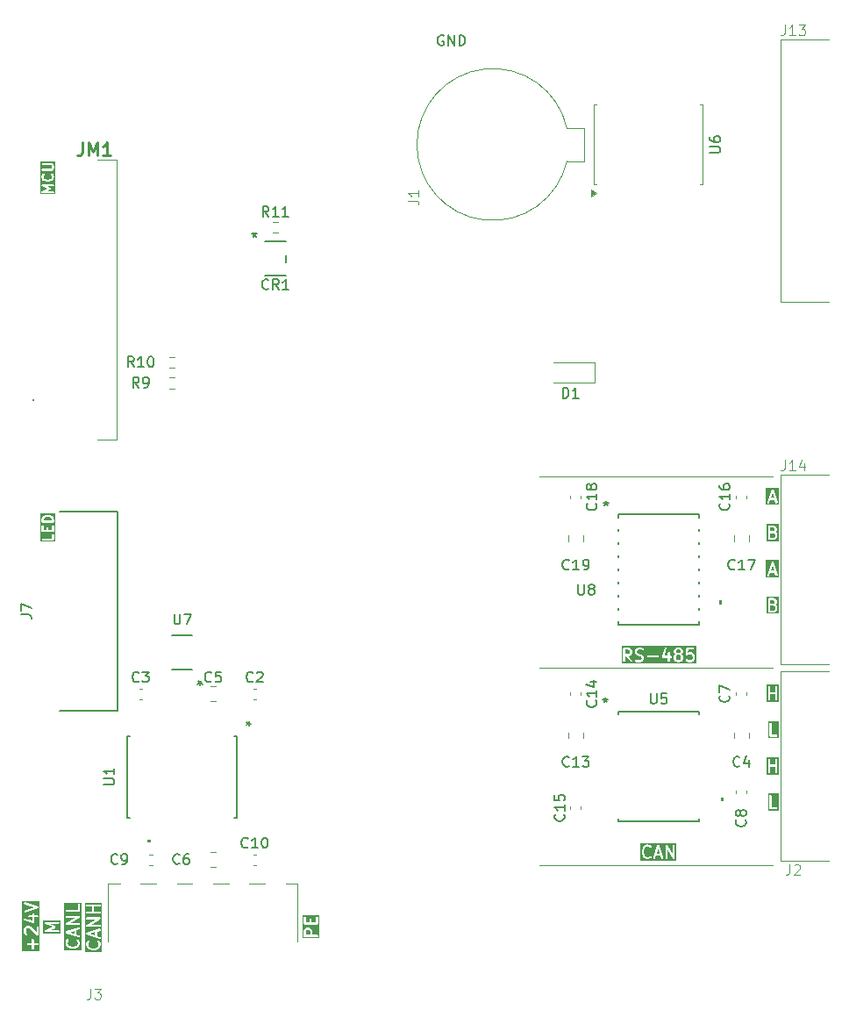
<source format=gbr>
%TF.GenerationSoftware,KiCad,Pcbnew,9.0.5*%
%TF.CreationDate,2025-10-31T11:51:33+03:00*%
%TF.ProjectId,PMCPU-LLP,504d4350-552d-44c4-9c50-2e6b69636164,rev?*%
%TF.SameCoordinates,Original*%
%TF.FileFunction,Legend,Top*%
%TF.FilePolarity,Positive*%
%FSLAX46Y46*%
G04 Gerber Fmt 4.6, Leading zero omitted, Abs format (unit mm)*
G04 Created by KiCad (PCBNEW 9.0.5) date 2025-10-31 11:51:33*
%MOMM*%
%LPD*%
G01*
G04 APERTURE LIST*
%ADD10C,0.100000*%
%ADD11C,0.200000*%
%ADD12C,0.150000*%
%ADD13C,0.254000*%
%ADD14C,0.120000*%
%ADD15C,0.152400*%
%ADD16C,0.000000*%
G04 APERTURE END LIST*
D10*
X10500000Y-34500000D02*
X33000000Y-34500000D01*
X10500000Y3000000D02*
X33000000Y3000000D01*
X10500000Y-15500000D02*
X33000000Y-15500000D01*
D11*
G36*
X33602840Y-22278075D02*
G01*
X32566667Y-22278075D01*
X32566667Y-20844742D01*
X32700000Y-20844742D01*
X32700000Y-22044742D01*
X32701921Y-22064251D01*
X32716853Y-22100299D01*
X32744443Y-22127889D01*
X32780491Y-22142821D01*
X32800000Y-22144742D01*
X33371428Y-22144742D01*
X33390937Y-22142821D01*
X33426985Y-22127889D01*
X33454575Y-22100299D01*
X33469507Y-22064251D01*
X33469507Y-22025233D01*
X33454575Y-21989185D01*
X33426985Y-21961595D01*
X33390937Y-21946663D01*
X33371428Y-21944742D01*
X32900000Y-21944742D01*
X32900000Y-20844742D01*
X32898079Y-20825233D01*
X32883147Y-20789185D01*
X32855557Y-20761595D01*
X32819509Y-20746663D01*
X32780491Y-20746663D01*
X32744443Y-20761595D01*
X32716853Y-20789185D01*
X32701921Y-20825233D01*
X32700000Y-20844742D01*
X32566667Y-20844742D01*
X32566667Y-20613330D01*
X33602840Y-20613330D01*
X33602840Y-22278075D01*
G37*
G36*
X33576190Y-18776154D02*
G01*
X32423810Y-18776154D01*
X32423810Y-17344742D01*
X32557143Y-17344742D01*
X32557143Y-18544742D01*
X32559064Y-18564251D01*
X32573996Y-18600299D01*
X32601586Y-18627889D01*
X32637634Y-18642821D01*
X32676652Y-18642821D01*
X32712700Y-18627889D01*
X32740290Y-18600299D01*
X32755222Y-18564251D01*
X32757143Y-18544742D01*
X32757143Y-18016171D01*
X33242857Y-18016171D01*
X33242857Y-18544742D01*
X33244778Y-18564251D01*
X33259710Y-18600299D01*
X33287300Y-18627889D01*
X33323348Y-18642821D01*
X33362366Y-18642821D01*
X33398414Y-18627889D01*
X33426004Y-18600299D01*
X33440936Y-18564251D01*
X33442857Y-18544742D01*
X33442857Y-17344742D01*
X33440936Y-17325233D01*
X33426004Y-17289185D01*
X33398414Y-17261595D01*
X33362366Y-17246663D01*
X33323348Y-17246663D01*
X33287300Y-17261595D01*
X33259710Y-17289185D01*
X33244778Y-17325233D01*
X33242857Y-17344742D01*
X33242857Y-17816171D01*
X32757143Y-17816171D01*
X32757143Y-17344742D01*
X32755222Y-17325233D01*
X32740290Y-17289185D01*
X32712700Y-17261595D01*
X32676652Y-17246663D01*
X32637634Y-17246663D01*
X32601586Y-17261595D01*
X32573996Y-17289185D01*
X32559064Y-17325233D01*
X32557143Y-17344742D01*
X32423810Y-17344742D01*
X32423810Y-17113330D01*
X33576190Y-17113330D01*
X33576190Y-18776154D01*
G37*
G36*
X33576190Y-25776154D02*
G01*
X32423810Y-25776154D01*
X32423810Y-24344742D01*
X32557143Y-24344742D01*
X32557143Y-25544742D01*
X32559064Y-25564251D01*
X32573996Y-25600299D01*
X32601586Y-25627889D01*
X32637634Y-25642821D01*
X32676652Y-25642821D01*
X32712700Y-25627889D01*
X32740290Y-25600299D01*
X32755222Y-25564251D01*
X32757143Y-25544742D01*
X32757143Y-25016171D01*
X33242857Y-25016171D01*
X33242857Y-25544742D01*
X33244778Y-25564251D01*
X33259710Y-25600299D01*
X33287300Y-25627889D01*
X33323348Y-25642821D01*
X33362366Y-25642821D01*
X33398414Y-25627889D01*
X33426004Y-25600299D01*
X33440936Y-25564251D01*
X33442857Y-25544742D01*
X33442857Y-24344742D01*
X33440936Y-24325233D01*
X33426004Y-24289185D01*
X33398414Y-24261595D01*
X33362366Y-24246663D01*
X33323348Y-24246663D01*
X33287300Y-24261595D01*
X33259710Y-24289185D01*
X33244778Y-24325233D01*
X33242857Y-24344742D01*
X33242857Y-24816171D01*
X32757143Y-24816171D01*
X32757143Y-24344742D01*
X32755222Y-24325233D01*
X32740290Y-24289185D01*
X32712700Y-24261595D01*
X32676652Y-24246663D01*
X32637634Y-24246663D01*
X32601586Y-24261595D01*
X32573996Y-24289185D01*
X32559064Y-24325233D01*
X32557143Y-24344742D01*
X32423810Y-24344742D01*
X32423810Y-24113330D01*
X33576190Y-24113330D01*
X33576190Y-25776154D01*
G37*
G36*
X-32398115Y-41304114D02*
G01*
X-32839031Y-41157142D01*
X-32398115Y-41010170D01*
X-32398115Y-41304114D01*
G37*
G36*
X-31721925Y-42876189D02*
G01*
X-33388591Y-42876189D01*
X-33388591Y-42128570D01*
X-33255258Y-42128570D01*
X-33255258Y-42242856D01*
X-33254286Y-42252729D01*
X-33254473Y-42255363D01*
X-33253686Y-42258826D01*
X-33253337Y-42262365D01*
X-33252326Y-42264807D01*
X-33250126Y-42274479D01*
X-33192983Y-42445908D01*
X-33184992Y-42463808D01*
X-33182638Y-42466523D01*
X-33181262Y-42469843D01*
X-33168825Y-42484996D01*
X-33054539Y-42599281D01*
X-33046875Y-42605571D01*
X-33045141Y-42607570D01*
X-33042129Y-42609465D01*
X-33039386Y-42611717D01*
X-33036949Y-42612726D01*
X-33028550Y-42618013D01*
X-32914264Y-42675156D01*
X-32912838Y-42675701D01*
X-32912257Y-42676132D01*
X-32904075Y-42679055D01*
X-32895956Y-42682162D01*
X-32895236Y-42682213D01*
X-32893797Y-42682727D01*
X-32665225Y-42739870D01*
X-32661846Y-42740369D01*
X-32660481Y-42740935D01*
X-32653130Y-42741658D01*
X-32645833Y-42742738D01*
X-32644375Y-42742520D01*
X-32640972Y-42742856D01*
X-32469543Y-42742856D01*
X-32466141Y-42742520D01*
X-32464682Y-42742738D01*
X-32457385Y-42741658D01*
X-32450034Y-42740935D01*
X-32448671Y-42740370D01*
X-32445289Y-42739870D01*
X-32216718Y-42682727D01*
X-32215280Y-42682213D01*
X-32214559Y-42682162D01*
X-32206449Y-42679058D01*
X-32198257Y-42676132D01*
X-32197676Y-42675701D01*
X-32196251Y-42675156D01*
X-32081964Y-42618013D01*
X-32073570Y-42612728D01*
X-32071129Y-42611718D01*
X-32068383Y-42609463D01*
X-32065374Y-42607570D01*
X-32063643Y-42605573D01*
X-32055976Y-42599281D01*
X-31941690Y-42484996D01*
X-31929253Y-42469843D01*
X-31927878Y-42466523D01*
X-31925523Y-42463808D01*
X-31917532Y-42445907D01*
X-31860389Y-42274478D01*
X-31858190Y-42264805D01*
X-31857179Y-42262365D01*
X-31856831Y-42258827D01*
X-31856043Y-42255363D01*
X-31856231Y-42252729D01*
X-31855258Y-42242856D01*
X-31855258Y-42128570D01*
X-31856231Y-42118696D01*
X-31856043Y-42116063D01*
X-31856831Y-42112598D01*
X-31857179Y-42109061D01*
X-31858190Y-42106620D01*
X-31860389Y-42096948D01*
X-31917532Y-41925520D01*
X-31925523Y-41907619D01*
X-31927879Y-41904903D01*
X-31929253Y-41901584D01*
X-31941690Y-41886431D01*
X-31998832Y-41829288D01*
X-32013986Y-41816852D01*
X-32050034Y-41801920D01*
X-32089052Y-41801920D01*
X-32125100Y-41816852D01*
X-32152690Y-41844442D01*
X-32167622Y-41880490D01*
X-32167622Y-41919508D01*
X-32152690Y-41955556D01*
X-32140254Y-41970710D01*
X-32099803Y-42011160D01*
X-32055258Y-42144796D01*
X-32055258Y-42226629D01*
X-32099803Y-42360266D01*
X-32185921Y-42446383D01*
X-32275877Y-42491362D01*
X-32481853Y-42542856D01*
X-32628662Y-42542856D01*
X-32834638Y-42491361D01*
X-32924595Y-42446383D01*
X-33010713Y-42360266D01*
X-33055258Y-42226629D01*
X-33055258Y-42144797D01*
X-33010713Y-42011161D01*
X-32970262Y-41970710D01*
X-32957825Y-41955557D01*
X-32942894Y-41919508D01*
X-32942894Y-41880490D01*
X-32957825Y-41844442D01*
X-32985415Y-41816852D01*
X-33021463Y-41801921D01*
X-33060481Y-41801921D01*
X-33096530Y-41816852D01*
X-33111683Y-41829289D01*
X-33168826Y-41886431D01*
X-33181262Y-41901585D01*
X-33182637Y-41904903D01*
X-33184992Y-41907619D01*
X-33192983Y-41925519D01*
X-33250126Y-42096947D01*
X-33252326Y-42106619D01*
X-33253337Y-42109061D01*
X-33253686Y-42112598D01*
X-33254473Y-42116062D01*
X-33254286Y-42118696D01*
X-33255258Y-42128570D01*
X-33388591Y-42128570D01*
X-33388591Y-41144635D01*
X-33254473Y-41144635D01*
X-33253585Y-41157142D01*
X-33254473Y-41169649D01*
X-33252214Y-41176427D01*
X-33251707Y-41183555D01*
X-33246101Y-41194767D01*
X-33242135Y-41206665D01*
X-33237452Y-41212064D01*
X-33234257Y-41218454D01*
X-33224786Y-41226669D01*
X-33216570Y-41236141D01*
X-33210181Y-41239335D01*
X-33204781Y-41244019D01*
X-33186881Y-41252010D01*
X-31986881Y-41652010D01*
X-31967766Y-41656357D01*
X-31928845Y-41653591D01*
X-31893947Y-41636141D01*
X-31868381Y-41606665D01*
X-31856043Y-41569649D01*
X-31858809Y-41530729D01*
X-31876259Y-41495830D01*
X-31905735Y-41470265D01*
X-31923635Y-41462274D01*
X-32198115Y-41370780D01*
X-32198115Y-40943503D01*
X-31923635Y-40852010D01*
X-31905735Y-40844019D01*
X-31876259Y-40818454D01*
X-31858809Y-40783555D01*
X-31856043Y-40744635D01*
X-31868381Y-40707619D01*
X-31893947Y-40678143D01*
X-31928845Y-40660693D01*
X-31967766Y-40657927D01*
X-31986881Y-40662274D01*
X-33186881Y-41062274D01*
X-33204781Y-41070265D01*
X-33210181Y-41074948D01*
X-33216570Y-41078143D01*
X-33224786Y-41087614D01*
X-33234257Y-41095830D01*
X-33237452Y-41102219D01*
X-33242135Y-41107619D01*
X-33246101Y-41119516D01*
X-33251707Y-41130729D01*
X-33252214Y-41137856D01*
X-33254473Y-41144635D01*
X-33388591Y-41144635D01*
X-33388591Y-40350157D01*
X-33255014Y-40350157D01*
X-33253337Y-40363350D01*
X-33253337Y-40376651D01*
X-33250898Y-40382539D01*
X-33250094Y-40388864D01*
X-33243494Y-40400413D01*
X-33238405Y-40412699D01*
X-33233898Y-40417206D01*
X-33230735Y-40422741D01*
X-33220221Y-40430883D01*
X-33210815Y-40440289D01*
X-33204925Y-40442728D01*
X-33199886Y-40446631D01*
X-33187058Y-40450129D01*
X-33174767Y-40455221D01*
X-33164790Y-40456203D01*
X-33162243Y-40456898D01*
X-33160276Y-40456647D01*
X-33155258Y-40457142D01*
X-31955258Y-40457142D01*
X-31935749Y-40455221D01*
X-31899701Y-40440289D01*
X-31872111Y-40412699D01*
X-31857179Y-40376651D01*
X-31857179Y-40337633D01*
X-31872111Y-40301585D01*
X-31899701Y-40273995D01*
X-31935749Y-40259063D01*
X-31955258Y-40257142D01*
X-32778702Y-40257142D01*
X-31905644Y-39758252D01*
X-31901534Y-39755333D01*
X-31899701Y-39754575D01*
X-31897835Y-39752708D01*
X-31889659Y-39746905D01*
X-31881517Y-39736390D01*
X-31872111Y-39726985D01*
X-31869672Y-39721094D01*
X-31865769Y-39716056D01*
X-31862271Y-39703227D01*
X-31857179Y-39690937D01*
X-31857179Y-39684561D01*
X-31855502Y-39678413D01*
X-31857179Y-39665222D01*
X-31857179Y-39651919D01*
X-31859620Y-39646027D01*
X-31860423Y-39639706D01*
X-31867021Y-39628160D01*
X-31872111Y-39615871D01*
X-31876619Y-39611363D01*
X-31879781Y-39605829D01*
X-31890296Y-39597686D01*
X-31899701Y-39588281D01*
X-31905592Y-39585841D01*
X-31910630Y-39581939D01*
X-31923458Y-39578440D01*
X-31935749Y-39573349D01*
X-31945729Y-39572366D01*
X-31948274Y-39571672D01*
X-31950241Y-39571922D01*
X-31955258Y-39571428D01*
X-33155258Y-39571428D01*
X-33174767Y-39573349D01*
X-33210815Y-39588281D01*
X-33238405Y-39615871D01*
X-33253337Y-39651919D01*
X-33253337Y-39690937D01*
X-33238405Y-39726985D01*
X-33210815Y-39754575D01*
X-33174767Y-39769507D01*
X-33155258Y-39771428D01*
X-32331814Y-39771428D01*
X-33204872Y-40270318D01*
X-33208983Y-40273236D01*
X-33210815Y-40273995D01*
X-33212682Y-40275861D01*
X-33220857Y-40281665D01*
X-33229000Y-40292179D01*
X-33238405Y-40301585D01*
X-33240845Y-40307475D01*
X-33244747Y-40312514D01*
X-33248246Y-40325342D01*
X-33253337Y-40337633D01*
X-33253337Y-40344008D01*
X-33255014Y-40350157D01*
X-33388591Y-40350157D01*
X-33388591Y-38394776D01*
X-33253337Y-38394776D01*
X-33253337Y-38433794D01*
X-33238405Y-38469842D01*
X-33210815Y-38497432D01*
X-33174767Y-38512364D01*
X-33155258Y-38514285D01*
X-32683829Y-38514285D01*
X-32683829Y-38999999D01*
X-33155258Y-38999999D01*
X-33174767Y-39001920D01*
X-33210815Y-39016852D01*
X-33238405Y-39044442D01*
X-33253337Y-39080490D01*
X-33253337Y-39119508D01*
X-33238405Y-39155556D01*
X-33210815Y-39183146D01*
X-33174767Y-39198078D01*
X-33155258Y-39199999D01*
X-31955258Y-39199999D01*
X-31935749Y-39198078D01*
X-31899701Y-39183146D01*
X-31872111Y-39155556D01*
X-31857179Y-39119508D01*
X-31857179Y-39080490D01*
X-31872111Y-39044442D01*
X-31899701Y-39016852D01*
X-31935749Y-39001920D01*
X-31955258Y-38999999D01*
X-32483829Y-38999999D01*
X-32483829Y-38514285D01*
X-31955258Y-38514285D01*
X-31935749Y-38512364D01*
X-31899701Y-38497432D01*
X-31872111Y-38469842D01*
X-31857179Y-38433794D01*
X-31857179Y-38394776D01*
X-31872111Y-38358728D01*
X-31899701Y-38331138D01*
X-31935749Y-38316206D01*
X-31955258Y-38314285D01*
X-33155258Y-38314285D01*
X-33174767Y-38316206D01*
X-33210815Y-38331138D01*
X-33238405Y-38358728D01*
X-33253337Y-38394776D01*
X-33388591Y-38394776D01*
X-33388591Y-38180952D01*
X-31721925Y-38180952D01*
X-31721925Y-42876189D01*
G37*
G36*
X33602840Y-29278075D02*
G01*
X32566667Y-29278075D01*
X32566667Y-27844742D01*
X32700000Y-27844742D01*
X32700000Y-29044742D01*
X32701921Y-29064251D01*
X32716853Y-29100299D01*
X32744443Y-29127889D01*
X32780491Y-29142821D01*
X32800000Y-29144742D01*
X33371428Y-29144742D01*
X33390937Y-29142821D01*
X33426985Y-29127889D01*
X33454575Y-29100299D01*
X33469507Y-29064251D01*
X33469507Y-29025233D01*
X33454575Y-28989185D01*
X33426985Y-28961595D01*
X33390937Y-28946663D01*
X33371428Y-28944742D01*
X32900000Y-28944742D01*
X32900000Y-27844742D01*
X32898079Y-27825233D01*
X32883147Y-27789185D01*
X32855557Y-27761595D01*
X32819509Y-27746663D01*
X32780491Y-27746663D01*
X32744443Y-27761595D01*
X32716853Y-27789185D01*
X32701921Y-27825233D01*
X32700000Y-27844742D01*
X32566667Y-27844742D01*
X32566667Y-27613330D01*
X33602840Y-27613330D01*
X33602840Y-29278075D01*
G37*
G36*
X-35723846Y-41133332D02*
G01*
X-37387432Y-41133332D01*
X-37387432Y-40115182D01*
X-37254099Y-40115182D01*
X-37253337Y-40117277D01*
X-37253337Y-40119508D01*
X-37246693Y-40135549D01*
X-37240764Y-40151851D01*
X-37239259Y-40153494D01*
X-37238405Y-40155556D01*
X-37226132Y-40167829D01*
X-37214413Y-40180626D01*
X-37211769Y-40182192D01*
X-37210815Y-40183146D01*
X-37208634Y-40184049D01*
X-37197547Y-40190617D01*
X-36534585Y-40499999D01*
X-37197547Y-40809381D01*
X-37208634Y-40815948D01*
X-37210815Y-40816852D01*
X-37211769Y-40817805D01*
X-37214413Y-40819372D01*
X-37226132Y-40832168D01*
X-37238405Y-40844442D01*
X-37239259Y-40846503D01*
X-37240764Y-40848147D01*
X-37246693Y-40864448D01*
X-37253337Y-40880490D01*
X-37253337Y-40882720D01*
X-37254099Y-40884816D01*
X-37253337Y-40902155D01*
X-37253337Y-40919508D01*
X-37252484Y-40921567D01*
X-37252386Y-40923796D01*
X-37245045Y-40939526D01*
X-37238405Y-40955556D01*
X-37236829Y-40957132D01*
X-37235885Y-40959154D01*
X-37223089Y-40970872D01*
X-37210815Y-40983146D01*
X-37208754Y-40983999D01*
X-37207110Y-40985505D01*
X-37190809Y-40991433D01*
X-37174767Y-40998078D01*
X-37171709Y-40998379D01*
X-37170441Y-40998840D01*
X-37168082Y-40998736D01*
X-37155258Y-40999999D01*
X-35955258Y-40999999D01*
X-35935749Y-40998078D01*
X-35899701Y-40983146D01*
X-35872111Y-40955556D01*
X-35857179Y-40919508D01*
X-35857179Y-40880490D01*
X-35872111Y-40844442D01*
X-35899701Y-40816852D01*
X-35935749Y-40801920D01*
X-35955258Y-40799999D01*
X-36704502Y-40799999D01*
X-36255826Y-40590617D01*
X-36248685Y-40586386D01*
X-36246263Y-40585506D01*
X-36244551Y-40583937D01*
X-36238960Y-40580626D01*
X-36228700Y-40569421D01*
X-36217487Y-40559154D01*
X-36215608Y-40555126D01*
X-36212608Y-40551851D01*
X-36207417Y-40537575D01*
X-36200987Y-40523797D01*
X-36200792Y-40519356D01*
X-36199274Y-40515182D01*
X-36199942Y-40499999D01*
X-36199274Y-40484816D01*
X-36200792Y-40480641D01*
X-36200987Y-40476201D01*
X-36207417Y-40462422D01*
X-36212608Y-40448147D01*
X-36215608Y-40444871D01*
X-36217487Y-40440844D01*
X-36228700Y-40430576D01*
X-36238960Y-40419372D01*
X-36244551Y-40416060D01*
X-36246263Y-40414492D01*
X-36248685Y-40413611D01*
X-36255826Y-40409381D01*
X-36704502Y-40199999D01*
X-35955258Y-40199999D01*
X-35935749Y-40198078D01*
X-35899701Y-40183146D01*
X-35872111Y-40155556D01*
X-35857179Y-40119508D01*
X-35857179Y-40080490D01*
X-35872111Y-40044442D01*
X-35899701Y-40016852D01*
X-35935749Y-40001920D01*
X-35955258Y-39999999D01*
X-37155258Y-39999999D01*
X-37168082Y-40001261D01*
X-37170441Y-40001158D01*
X-37171709Y-40001618D01*
X-37174767Y-40001920D01*
X-37190809Y-40008564D01*
X-37207110Y-40014493D01*
X-37208754Y-40015998D01*
X-37210815Y-40016852D01*
X-37223089Y-40029125D01*
X-37235885Y-40040844D01*
X-37236829Y-40042865D01*
X-37238405Y-40044442D01*
X-37245045Y-40060471D01*
X-37252386Y-40076202D01*
X-37252484Y-40078430D01*
X-37253337Y-40080490D01*
X-37253337Y-40097842D01*
X-37254099Y-40115182D01*
X-37387432Y-40115182D01*
X-37387432Y-39866666D01*
X-35723846Y-39866666D01*
X-35723846Y-41133332D01*
G37*
G36*
X33146972Y-6101885D02*
G01*
X32853028Y-6101885D01*
X33000000Y-5660969D01*
X33146972Y-6101885D01*
G37*
G36*
X33632548Y-6777290D02*
G01*
X32367452Y-6777290D01*
X32367452Y-6532235D01*
X32500785Y-6532235D01*
X32503551Y-6571155D01*
X32521001Y-6606054D01*
X32550477Y-6631619D01*
X32587493Y-6643957D01*
X32626413Y-6641191D01*
X32661312Y-6623741D01*
X32686877Y-6594265D01*
X32694868Y-6576365D01*
X32786361Y-6301885D01*
X33213639Y-6301885D01*
X33305132Y-6576365D01*
X33313123Y-6594265D01*
X33338688Y-6623741D01*
X33373587Y-6641191D01*
X33412507Y-6643957D01*
X33449523Y-6631619D01*
X33478999Y-6606053D01*
X33496449Y-6571155D01*
X33499215Y-6532234D01*
X33494868Y-6513119D01*
X33094868Y-5313119D01*
X33086877Y-5295219D01*
X33082192Y-5289818D01*
X33078999Y-5283431D01*
X33069529Y-5275217D01*
X33061312Y-5265743D01*
X33054922Y-5262548D01*
X33049523Y-5257865D01*
X33037625Y-5253899D01*
X33026413Y-5248293D01*
X33019285Y-5247786D01*
X33012507Y-5245527D01*
X33000000Y-5246415D01*
X32987493Y-5245527D01*
X32980714Y-5247786D01*
X32973587Y-5248293D01*
X32962374Y-5253899D01*
X32950477Y-5257865D01*
X32945077Y-5262548D01*
X32938688Y-5265743D01*
X32930472Y-5275214D01*
X32921001Y-5283430D01*
X32917806Y-5289819D01*
X32913123Y-5295219D01*
X32905132Y-5313119D01*
X32505132Y-6513119D01*
X32500785Y-6532235D01*
X32367452Y-6532235D01*
X32367452Y-5112194D01*
X33632548Y-5112194D01*
X33632548Y-6777290D01*
G37*
G36*
X-36735782Y-964024D02*
G01*
X-36664873Y-999478D01*
X-36597803Y-1066548D01*
X-36562781Y-1171613D01*
X-36562781Y-1293482D01*
X-37362781Y-1293482D01*
X-37362781Y-1171614D01*
X-37327760Y-1066549D01*
X-37260687Y-999477D01*
X-37189782Y-964024D01*
X-37021901Y-922054D01*
X-36903663Y-922054D01*
X-36735782Y-964024D01*
G37*
G36*
X-36251670Y-3318879D02*
G01*
X-37673892Y-3318879D01*
X-37673892Y-3088259D01*
X-37560860Y-3088259D01*
X-37560860Y-3127277D01*
X-37545928Y-3163325D01*
X-37518338Y-3190915D01*
X-37482290Y-3205847D01*
X-37462781Y-3207768D01*
X-36462781Y-3207768D01*
X-36443272Y-3205847D01*
X-36407224Y-3190915D01*
X-36379634Y-3163325D01*
X-36364702Y-3127277D01*
X-36362781Y-3107768D01*
X-36362781Y-2631578D01*
X-36364702Y-2612069D01*
X-36379634Y-2576021D01*
X-36407224Y-2548431D01*
X-36443272Y-2533499D01*
X-36482290Y-2533499D01*
X-36518338Y-2548431D01*
X-36545928Y-2576021D01*
X-36560860Y-2612069D01*
X-36562781Y-2631578D01*
X-36562781Y-3007768D01*
X-37462781Y-3007768D01*
X-37482290Y-3009689D01*
X-37518338Y-3024621D01*
X-37545928Y-3052211D01*
X-37560860Y-3088259D01*
X-37673892Y-3088259D01*
X-37673892Y-1822054D01*
X-37562781Y-1822054D01*
X-37562781Y-2298244D01*
X-37560860Y-2317753D01*
X-37545928Y-2353801D01*
X-37518338Y-2381391D01*
X-37482290Y-2396323D01*
X-37462781Y-2398244D01*
X-36462781Y-2398244D01*
X-36443272Y-2396323D01*
X-36407224Y-2381391D01*
X-36379634Y-2353801D01*
X-36364702Y-2317753D01*
X-36362781Y-2298244D01*
X-36362781Y-1822054D01*
X-36364702Y-1802545D01*
X-36379634Y-1766497D01*
X-36407224Y-1738907D01*
X-36443272Y-1723975D01*
X-36482290Y-1723975D01*
X-36518338Y-1738907D01*
X-36545928Y-1766497D01*
X-36560860Y-1802545D01*
X-36562781Y-1822054D01*
X-36562781Y-2198244D01*
X-36886591Y-2198244D01*
X-36886591Y-1964911D01*
X-36888512Y-1945402D01*
X-36903444Y-1909354D01*
X-36931034Y-1881764D01*
X-36967082Y-1866832D01*
X-37006100Y-1866832D01*
X-37042148Y-1881764D01*
X-37069738Y-1909354D01*
X-37084670Y-1945402D01*
X-37086591Y-1964911D01*
X-37086591Y-2198244D01*
X-37362781Y-2198244D01*
X-37362781Y-1822054D01*
X-37364702Y-1802545D01*
X-37379634Y-1766497D01*
X-37407224Y-1738907D01*
X-37443272Y-1723975D01*
X-37482290Y-1723975D01*
X-37518338Y-1738907D01*
X-37545928Y-1766497D01*
X-37560860Y-1802545D01*
X-37562781Y-1822054D01*
X-37673892Y-1822054D01*
X-37673892Y-1155387D01*
X-37562781Y-1155387D01*
X-37562781Y-1393482D01*
X-37560860Y-1412991D01*
X-37545928Y-1449039D01*
X-37518338Y-1476629D01*
X-37482290Y-1491561D01*
X-37462781Y-1493482D01*
X-36462781Y-1493482D01*
X-36443272Y-1491561D01*
X-36407224Y-1476629D01*
X-36379634Y-1449039D01*
X-36364702Y-1412991D01*
X-36362781Y-1393482D01*
X-36362781Y-1155387D01*
X-36363754Y-1145513D01*
X-36363566Y-1142879D01*
X-36364354Y-1139415D01*
X-36364702Y-1135878D01*
X-36365714Y-1133436D01*
X-36367913Y-1123764D01*
X-36415532Y-980907D01*
X-36423523Y-963007D01*
X-36425878Y-960291D01*
X-36427253Y-956972D01*
X-36439689Y-941819D01*
X-36534929Y-846581D01*
X-36542599Y-840286D01*
X-36544328Y-838292D01*
X-36547333Y-836400D01*
X-36550082Y-834144D01*
X-36552526Y-833131D01*
X-36560918Y-827849D01*
X-36656156Y-780230D01*
X-36657583Y-779684D01*
X-36658163Y-779254D01*
X-36666340Y-776332D01*
X-36674464Y-773224D01*
X-36675187Y-773172D01*
X-36676624Y-772659D01*
X-36867099Y-725040D01*
X-36870481Y-724539D01*
X-36871844Y-723975D01*
X-36879195Y-723251D01*
X-36886492Y-722172D01*
X-36887951Y-722389D01*
X-36891353Y-722054D01*
X-37034210Y-722054D01*
X-37037613Y-722389D01*
X-37039071Y-722172D01*
X-37046369Y-723251D01*
X-37053719Y-723975D01*
X-37055083Y-724539D01*
X-37058464Y-725040D01*
X-37248940Y-772659D01*
X-37250379Y-773172D01*
X-37251099Y-773224D01*
X-37259224Y-776332D01*
X-37267400Y-779254D01*
X-37267980Y-779683D01*
X-37269408Y-780230D01*
X-37364645Y-827849D01*
X-37373044Y-833135D01*
X-37375481Y-834145D01*
X-37378225Y-836396D01*
X-37381236Y-838292D01*
X-37382969Y-840289D01*
X-37390635Y-846581D01*
X-37485873Y-941819D01*
X-37498309Y-956973D01*
X-37499684Y-960291D01*
X-37502039Y-963007D01*
X-37510030Y-980908D01*
X-37557649Y-1123764D01*
X-37559849Y-1133435D01*
X-37560860Y-1135878D01*
X-37561209Y-1139416D01*
X-37561996Y-1142880D01*
X-37561809Y-1145513D01*
X-37562781Y-1155387D01*
X-37673892Y-1155387D01*
X-37673892Y-610943D01*
X-36251670Y-610943D01*
X-36251670Y-3318879D01*
G37*
G36*
X-11700209Y-40810756D02*
G01*
X-11666016Y-40844948D01*
X-11626686Y-40923605D01*
X-11626686Y-41257142D01*
X-12055258Y-41257142D01*
X-12055258Y-40923607D01*
X-12015930Y-40844950D01*
X-11981737Y-40810756D01*
X-11903078Y-40771428D01*
X-11778865Y-40771428D01*
X-11700209Y-40810756D01*
G37*
G36*
X-10721925Y-41590475D02*
G01*
X-12388591Y-41590475D01*
X-12388591Y-40899999D01*
X-12255258Y-40899999D01*
X-12255258Y-41357142D01*
X-12253337Y-41376651D01*
X-12238405Y-41412699D01*
X-12210815Y-41440289D01*
X-12174767Y-41455221D01*
X-12155258Y-41457142D01*
X-10955258Y-41457142D01*
X-10935749Y-41455221D01*
X-10899701Y-41440289D01*
X-10872111Y-41412699D01*
X-10857179Y-41376651D01*
X-10857179Y-41337633D01*
X-10872111Y-41301585D01*
X-10899701Y-41273995D01*
X-10935749Y-41259063D01*
X-10955258Y-41257142D01*
X-11426686Y-41257142D01*
X-11426686Y-40899999D01*
X-11428607Y-40880490D01*
X-11429983Y-40877169D01*
X-11430237Y-40873586D01*
X-11437243Y-40855278D01*
X-11494386Y-40740992D01*
X-11499672Y-40732594D01*
X-11500682Y-40730156D01*
X-11502935Y-40727411D01*
X-11504829Y-40724402D01*
X-11506827Y-40722669D01*
X-11513119Y-40715003D01*
X-11570261Y-40657860D01*
X-11577928Y-40651568D01*
X-11579660Y-40649571D01*
X-11582672Y-40647675D01*
X-11585415Y-40645424D01*
X-11587852Y-40644414D01*
X-11596250Y-40639128D01*
X-11710537Y-40581985D01*
X-11728845Y-40574979D01*
X-11732429Y-40574724D01*
X-11735749Y-40573349D01*
X-11755258Y-40571428D01*
X-11926686Y-40571428D01*
X-11946195Y-40573349D01*
X-11949516Y-40574724D01*
X-11953099Y-40574979D01*
X-11971407Y-40581985D01*
X-12085693Y-40639128D01*
X-12094090Y-40644413D01*
X-12096530Y-40645424D01*
X-12099276Y-40647677D01*
X-12102284Y-40649571D01*
X-12104017Y-40651568D01*
X-12111683Y-40657861D01*
X-12168826Y-40715003D01*
X-12175118Y-40722669D01*
X-12177115Y-40724402D01*
X-12179011Y-40727413D01*
X-12181262Y-40730157D01*
X-12182273Y-40732595D01*
X-12187557Y-40740992D01*
X-12244701Y-40855277D01*
X-12251707Y-40873586D01*
X-12251962Y-40877169D01*
X-12253337Y-40880490D01*
X-12255258Y-40899999D01*
X-12388591Y-40899999D01*
X-12388591Y-39585714D01*
X-12255258Y-39585714D01*
X-12255258Y-40157142D01*
X-12253337Y-40176651D01*
X-12238405Y-40212699D01*
X-12210815Y-40240289D01*
X-12174767Y-40255221D01*
X-12155258Y-40257142D01*
X-10955258Y-40257142D01*
X-10935749Y-40255221D01*
X-10899701Y-40240289D01*
X-10872111Y-40212699D01*
X-10857179Y-40176651D01*
X-10855258Y-40157142D01*
X-10855258Y-39585714D01*
X-10857179Y-39566205D01*
X-10872111Y-39530157D01*
X-10899701Y-39502567D01*
X-10935749Y-39487635D01*
X-10974767Y-39487635D01*
X-11010815Y-39502567D01*
X-11038405Y-39530157D01*
X-11053337Y-39566205D01*
X-11055258Y-39585714D01*
X-11055258Y-40057142D01*
X-11483829Y-40057142D01*
X-11483829Y-39757142D01*
X-11485750Y-39737633D01*
X-11500682Y-39701585D01*
X-11528272Y-39673995D01*
X-11564320Y-39659063D01*
X-11603338Y-39659063D01*
X-11639386Y-39673995D01*
X-11666976Y-39701585D01*
X-11681908Y-39737633D01*
X-11683829Y-39757142D01*
X-11683829Y-40057142D01*
X-12055258Y-40057142D01*
X-12055258Y-39585714D01*
X-12057179Y-39566205D01*
X-12072111Y-39530157D01*
X-12099701Y-39502567D01*
X-12135749Y-39487635D01*
X-12174767Y-39487635D01*
X-12210815Y-39502567D01*
X-12238405Y-39530157D01*
X-12253337Y-39566205D01*
X-12255258Y-39585714D01*
X-12388591Y-39585714D01*
X-12388591Y-39354302D01*
X-10721925Y-39354302D01*
X-10721925Y-41590475D01*
G37*
G36*
X-34398115Y-41161257D02*
G01*
X-34839031Y-41014285D01*
X-34398115Y-40867313D01*
X-34398115Y-41161257D01*
G37*
G36*
X-33721925Y-42733332D02*
G01*
X-35388591Y-42733332D01*
X-35388591Y-41985713D01*
X-35255258Y-41985713D01*
X-35255258Y-42099999D01*
X-35254286Y-42109872D01*
X-35254473Y-42112506D01*
X-35253686Y-42115969D01*
X-35253337Y-42119508D01*
X-35252326Y-42121950D01*
X-35250126Y-42131622D01*
X-35192983Y-42303051D01*
X-35184992Y-42320951D01*
X-35182638Y-42323666D01*
X-35181262Y-42326986D01*
X-35168825Y-42342139D01*
X-35054539Y-42456424D01*
X-35046875Y-42462714D01*
X-35045141Y-42464713D01*
X-35042129Y-42466608D01*
X-35039386Y-42468860D01*
X-35036949Y-42469869D01*
X-35028550Y-42475156D01*
X-34914264Y-42532299D01*
X-34912838Y-42532844D01*
X-34912257Y-42533275D01*
X-34904075Y-42536198D01*
X-34895956Y-42539305D01*
X-34895236Y-42539356D01*
X-34893797Y-42539870D01*
X-34665225Y-42597013D01*
X-34661846Y-42597512D01*
X-34660481Y-42598078D01*
X-34653130Y-42598801D01*
X-34645833Y-42599881D01*
X-34644375Y-42599663D01*
X-34640972Y-42599999D01*
X-34469543Y-42599999D01*
X-34466141Y-42599663D01*
X-34464682Y-42599881D01*
X-34457385Y-42598801D01*
X-34450034Y-42598078D01*
X-34448671Y-42597513D01*
X-34445289Y-42597013D01*
X-34216718Y-42539870D01*
X-34215280Y-42539356D01*
X-34214559Y-42539305D01*
X-34206449Y-42536201D01*
X-34198257Y-42533275D01*
X-34197676Y-42532844D01*
X-34196251Y-42532299D01*
X-34081964Y-42475156D01*
X-34073570Y-42469871D01*
X-34071129Y-42468861D01*
X-34068383Y-42466606D01*
X-34065374Y-42464713D01*
X-34063643Y-42462716D01*
X-34055976Y-42456424D01*
X-33941690Y-42342139D01*
X-33929253Y-42326986D01*
X-33927878Y-42323666D01*
X-33925523Y-42320951D01*
X-33917532Y-42303050D01*
X-33860389Y-42131621D01*
X-33858190Y-42121948D01*
X-33857179Y-42119508D01*
X-33856831Y-42115970D01*
X-33856043Y-42112506D01*
X-33856231Y-42109872D01*
X-33855258Y-42099999D01*
X-33855258Y-41985713D01*
X-33856231Y-41975839D01*
X-33856043Y-41973206D01*
X-33856831Y-41969741D01*
X-33857179Y-41966204D01*
X-33858190Y-41963763D01*
X-33860389Y-41954091D01*
X-33917532Y-41782663D01*
X-33925523Y-41764762D01*
X-33927879Y-41762046D01*
X-33929253Y-41758727D01*
X-33941690Y-41743574D01*
X-33998832Y-41686431D01*
X-34013986Y-41673995D01*
X-34050034Y-41659063D01*
X-34089052Y-41659063D01*
X-34125100Y-41673995D01*
X-34152690Y-41701585D01*
X-34167622Y-41737633D01*
X-34167622Y-41776651D01*
X-34152690Y-41812699D01*
X-34140254Y-41827853D01*
X-34099803Y-41868303D01*
X-34055258Y-42001939D01*
X-34055258Y-42083772D01*
X-34099803Y-42217409D01*
X-34185921Y-42303526D01*
X-34275877Y-42348505D01*
X-34481853Y-42399999D01*
X-34628662Y-42399999D01*
X-34834638Y-42348504D01*
X-34924595Y-42303526D01*
X-35010713Y-42217409D01*
X-35055258Y-42083772D01*
X-35055258Y-42001940D01*
X-35010713Y-41868304D01*
X-34970262Y-41827853D01*
X-34957825Y-41812700D01*
X-34942894Y-41776651D01*
X-34942894Y-41737633D01*
X-34957825Y-41701585D01*
X-34985415Y-41673995D01*
X-35021463Y-41659064D01*
X-35060481Y-41659064D01*
X-35096530Y-41673995D01*
X-35111683Y-41686432D01*
X-35168826Y-41743574D01*
X-35181262Y-41758728D01*
X-35182637Y-41762046D01*
X-35184992Y-41764762D01*
X-35192983Y-41782662D01*
X-35250126Y-41954090D01*
X-35252326Y-41963762D01*
X-35253337Y-41966204D01*
X-35253686Y-41969741D01*
X-35254473Y-41973205D01*
X-35254286Y-41975839D01*
X-35255258Y-41985713D01*
X-35388591Y-41985713D01*
X-35388591Y-41001778D01*
X-35254473Y-41001778D01*
X-35253585Y-41014285D01*
X-35254473Y-41026792D01*
X-35252214Y-41033570D01*
X-35251707Y-41040698D01*
X-35246101Y-41051910D01*
X-35242135Y-41063808D01*
X-35237452Y-41069207D01*
X-35234257Y-41075597D01*
X-35224786Y-41083812D01*
X-35216570Y-41093284D01*
X-35210181Y-41096478D01*
X-35204781Y-41101162D01*
X-35186881Y-41109153D01*
X-33986881Y-41509153D01*
X-33967766Y-41513500D01*
X-33928845Y-41510734D01*
X-33893947Y-41493284D01*
X-33868381Y-41463808D01*
X-33856043Y-41426792D01*
X-33858809Y-41387872D01*
X-33876259Y-41352973D01*
X-33905735Y-41327408D01*
X-33923635Y-41319417D01*
X-34198115Y-41227923D01*
X-34198115Y-40800646D01*
X-33923635Y-40709153D01*
X-33905735Y-40701162D01*
X-33876259Y-40675597D01*
X-33858809Y-40640698D01*
X-33856043Y-40601778D01*
X-33868381Y-40564762D01*
X-33893947Y-40535286D01*
X-33928845Y-40517836D01*
X-33967766Y-40515070D01*
X-33986881Y-40519417D01*
X-35186881Y-40919417D01*
X-35204781Y-40927408D01*
X-35210181Y-40932091D01*
X-35216570Y-40935286D01*
X-35224786Y-40944757D01*
X-35234257Y-40952973D01*
X-35237452Y-40959362D01*
X-35242135Y-40964762D01*
X-35246101Y-40976659D01*
X-35251707Y-40987872D01*
X-35252214Y-40994999D01*
X-35254473Y-41001778D01*
X-35388591Y-41001778D01*
X-35388591Y-40207300D01*
X-35255014Y-40207300D01*
X-35253337Y-40220493D01*
X-35253337Y-40233794D01*
X-35250898Y-40239682D01*
X-35250094Y-40246007D01*
X-35243494Y-40257556D01*
X-35238405Y-40269842D01*
X-35233898Y-40274349D01*
X-35230735Y-40279884D01*
X-35220221Y-40288026D01*
X-35210815Y-40297432D01*
X-35204925Y-40299871D01*
X-35199886Y-40303774D01*
X-35187058Y-40307272D01*
X-35174767Y-40312364D01*
X-35164790Y-40313346D01*
X-35162243Y-40314041D01*
X-35160276Y-40313790D01*
X-35155258Y-40314285D01*
X-33955258Y-40314285D01*
X-33935749Y-40312364D01*
X-33899701Y-40297432D01*
X-33872111Y-40269842D01*
X-33857179Y-40233794D01*
X-33857179Y-40194776D01*
X-33872111Y-40158728D01*
X-33899701Y-40131138D01*
X-33935749Y-40116206D01*
X-33955258Y-40114285D01*
X-34778702Y-40114285D01*
X-33905644Y-39615395D01*
X-33901534Y-39612476D01*
X-33899701Y-39611718D01*
X-33897835Y-39609851D01*
X-33889659Y-39604048D01*
X-33881517Y-39593533D01*
X-33872111Y-39584128D01*
X-33869672Y-39578237D01*
X-33865769Y-39573199D01*
X-33862271Y-39560370D01*
X-33857179Y-39548080D01*
X-33857179Y-39541704D01*
X-33855502Y-39535556D01*
X-33857179Y-39522365D01*
X-33857179Y-39509062D01*
X-33859620Y-39503170D01*
X-33860423Y-39496849D01*
X-33867021Y-39485303D01*
X-33872111Y-39473014D01*
X-33876619Y-39468506D01*
X-33879781Y-39462972D01*
X-33890296Y-39454829D01*
X-33899701Y-39445424D01*
X-33905592Y-39442984D01*
X-33910630Y-39439082D01*
X-33923458Y-39435583D01*
X-33935749Y-39430492D01*
X-33945729Y-39429509D01*
X-33948274Y-39428815D01*
X-33950241Y-39429065D01*
X-33955258Y-39428571D01*
X-35155258Y-39428571D01*
X-35174767Y-39430492D01*
X-35210815Y-39445424D01*
X-35238405Y-39473014D01*
X-35253337Y-39509062D01*
X-35253337Y-39548080D01*
X-35238405Y-39584128D01*
X-35210815Y-39611718D01*
X-35174767Y-39626650D01*
X-35155258Y-39628571D01*
X-34331814Y-39628571D01*
X-35204872Y-40127461D01*
X-35208983Y-40130379D01*
X-35210815Y-40131138D01*
X-35212682Y-40133004D01*
X-35220857Y-40138808D01*
X-35229000Y-40149322D01*
X-35238405Y-40158728D01*
X-35240845Y-40164618D01*
X-35244747Y-40169657D01*
X-35248246Y-40182485D01*
X-35253337Y-40194776D01*
X-35253337Y-40201151D01*
X-35255014Y-40207300D01*
X-35388591Y-40207300D01*
X-35388591Y-38937633D01*
X-35253337Y-38937633D01*
X-35253337Y-38976651D01*
X-35238405Y-39012699D01*
X-35210815Y-39040289D01*
X-35174767Y-39055221D01*
X-35155258Y-39057142D01*
X-33955258Y-39057142D01*
X-33935749Y-39055221D01*
X-33899701Y-39040289D01*
X-33872111Y-39012699D01*
X-33857179Y-38976651D01*
X-33855258Y-38957142D01*
X-33855258Y-38385714D01*
X-33857179Y-38366205D01*
X-33872111Y-38330157D01*
X-33899701Y-38302567D01*
X-33935749Y-38287635D01*
X-33974767Y-38287635D01*
X-34010815Y-38302567D01*
X-34038405Y-38330157D01*
X-34053337Y-38366205D01*
X-34055258Y-38385714D01*
X-34055258Y-38857142D01*
X-35155258Y-38857142D01*
X-35174767Y-38859063D01*
X-35210815Y-38873995D01*
X-35238405Y-38901585D01*
X-35253337Y-38937633D01*
X-35388591Y-38937633D01*
X-35388591Y-38154302D01*
X-33721925Y-38154302D01*
X-33721925Y-42733332D01*
G37*
X1238095Y45500162D02*
X1142857Y45547781D01*
X1142857Y45547781D02*
X1000000Y45547781D01*
X1000000Y45547781D02*
X857143Y45500162D01*
X857143Y45500162D02*
X761905Y45404924D01*
X761905Y45404924D02*
X714286Y45309686D01*
X714286Y45309686D02*
X666667Y45119210D01*
X666667Y45119210D02*
X666667Y44976353D01*
X666667Y44976353D02*
X714286Y44785877D01*
X714286Y44785877D02*
X761905Y44690639D01*
X761905Y44690639D02*
X857143Y44595400D01*
X857143Y44595400D02*
X1000000Y44547781D01*
X1000000Y44547781D02*
X1095238Y44547781D01*
X1095238Y44547781D02*
X1238095Y44595400D01*
X1238095Y44595400D02*
X1285714Y44643020D01*
X1285714Y44643020D02*
X1285714Y44976353D01*
X1285714Y44976353D02*
X1095238Y44976353D01*
X1714286Y44547781D02*
X1714286Y45547781D01*
X1714286Y45547781D02*
X2285714Y44547781D01*
X2285714Y44547781D02*
X2285714Y45547781D01*
X2761905Y44547781D02*
X2761905Y45547781D01*
X2761905Y45547781D02*
X3000000Y45547781D01*
X3000000Y45547781D02*
X3142857Y45500162D01*
X3142857Y45500162D02*
X3238095Y45404924D01*
X3238095Y45404924D02*
X3285714Y45309686D01*
X3285714Y45309686D02*
X3333333Y45119210D01*
X3333333Y45119210D02*
X3333333Y44976353D01*
X3333333Y44976353D02*
X3285714Y44785877D01*
X3285714Y44785877D02*
X3238095Y44690639D01*
X3238095Y44690639D02*
X3142857Y44595400D01*
X3142857Y44595400D02*
X3000000Y44547781D01*
X3000000Y44547781D02*
X2761905Y44547781D01*
G36*
X33146972Y898115D02*
G01*
X32853028Y898115D01*
X33000000Y1339031D01*
X33146972Y898115D01*
G37*
G36*
X33632548Y222710D02*
G01*
X32367452Y222710D01*
X32367452Y467765D01*
X32500785Y467765D01*
X32503551Y428845D01*
X32521001Y393946D01*
X32550477Y368381D01*
X32587493Y356043D01*
X32626413Y358809D01*
X32661312Y376259D01*
X32686877Y405735D01*
X32694868Y423635D01*
X32786361Y698115D01*
X33213639Y698115D01*
X33305132Y423635D01*
X33313123Y405735D01*
X33338688Y376259D01*
X33373587Y358809D01*
X33412507Y356043D01*
X33449523Y368381D01*
X33478999Y393947D01*
X33496449Y428845D01*
X33499215Y467766D01*
X33494868Y486881D01*
X33094868Y1686881D01*
X33086877Y1704781D01*
X33082192Y1710182D01*
X33078999Y1716569D01*
X33069529Y1724783D01*
X33061312Y1734257D01*
X33054922Y1737452D01*
X33049523Y1742135D01*
X33037625Y1746101D01*
X33026413Y1751707D01*
X33019285Y1752214D01*
X33012507Y1754473D01*
X33000000Y1753585D01*
X32987493Y1754473D01*
X32980714Y1752214D01*
X32973587Y1751707D01*
X32962374Y1746101D01*
X32950477Y1742135D01*
X32945077Y1737452D01*
X32938688Y1734257D01*
X32930472Y1724786D01*
X32921001Y1716570D01*
X32917806Y1710181D01*
X32913123Y1704781D01*
X32905132Y1686881D01*
X32505132Y486881D01*
X32500785Y467765D01*
X32367452Y467765D01*
X32367452Y1887806D01*
X33632548Y1887806D01*
X33632548Y222710D01*
G37*
G36*
X22118400Y-33399885D02*
G01*
X21824456Y-33399885D01*
X21971428Y-32958969D01*
X22118400Y-33399885D01*
G37*
G36*
X23690475Y-34076075D02*
G01*
X20252381Y-34076075D01*
X20252381Y-33157028D01*
X20385714Y-33157028D01*
X20385714Y-33328457D01*
X20386049Y-33331859D01*
X20385832Y-33333318D01*
X20386911Y-33340615D01*
X20387635Y-33347966D01*
X20388199Y-33349329D01*
X20388700Y-33352711D01*
X20445843Y-33581282D01*
X20446356Y-33582720D01*
X20446408Y-33583441D01*
X20449511Y-33591551D01*
X20452438Y-33599743D01*
X20452868Y-33600324D01*
X20453414Y-33601749D01*
X20510557Y-33716036D01*
X20515841Y-33724430D01*
X20516852Y-33726871D01*
X20519106Y-33729617D01*
X20521000Y-33732626D01*
X20522996Y-33734357D01*
X20529289Y-33742024D01*
X20643574Y-33856310D01*
X20658727Y-33868747D01*
X20662046Y-33870122D01*
X20664762Y-33872477D01*
X20682663Y-33880468D01*
X20854092Y-33937611D01*
X20863764Y-33939810D01*
X20866205Y-33940821D01*
X20869742Y-33941169D01*
X20873207Y-33941957D01*
X20875840Y-33941769D01*
X20885714Y-33942742D01*
X21000000Y-33942742D01*
X21009873Y-33941769D01*
X21012507Y-33941957D01*
X21015969Y-33941169D01*
X21019509Y-33940821D01*
X21021951Y-33939809D01*
X21031622Y-33937610D01*
X21203051Y-33880468D01*
X21220951Y-33872477D01*
X21223666Y-33870121D01*
X21226985Y-33868747D01*
X21242139Y-33856311D01*
X21268215Y-33830235D01*
X21472213Y-33830235D01*
X21474979Y-33869155D01*
X21492429Y-33904054D01*
X21521905Y-33929619D01*
X21558921Y-33941957D01*
X21597841Y-33939191D01*
X21632740Y-33921741D01*
X21658305Y-33892265D01*
X21666296Y-33874365D01*
X21757789Y-33599885D01*
X22185067Y-33599885D01*
X22276560Y-33874365D01*
X22284551Y-33892265D01*
X22310116Y-33921741D01*
X22345015Y-33939191D01*
X22383935Y-33941957D01*
X22420951Y-33929619D01*
X22450427Y-33904053D01*
X22467877Y-33869155D01*
X22470643Y-33830234D01*
X22466296Y-33811119D01*
X22076837Y-32642742D01*
X22671428Y-32642742D01*
X22671428Y-33842742D01*
X22673349Y-33862251D01*
X22688281Y-33898299D01*
X22715871Y-33925889D01*
X22751919Y-33940821D01*
X22790937Y-33940821D01*
X22826985Y-33925889D01*
X22854575Y-33898299D01*
X22869507Y-33862251D01*
X22871428Y-33842742D01*
X22871428Y-33019298D01*
X23370318Y-33892356D01*
X23373236Y-33896466D01*
X23373995Y-33898299D01*
X23375861Y-33900165D01*
X23381665Y-33908341D01*
X23392179Y-33916483D01*
X23401585Y-33925889D01*
X23407475Y-33928328D01*
X23412514Y-33932231D01*
X23425342Y-33935729D01*
X23437633Y-33940821D01*
X23444008Y-33940821D01*
X23450157Y-33942498D01*
X23463348Y-33940821D01*
X23476651Y-33940821D01*
X23482542Y-33938380D01*
X23488864Y-33937577D01*
X23500409Y-33930979D01*
X23512699Y-33925889D01*
X23517206Y-33921381D01*
X23522741Y-33918219D01*
X23530883Y-33907704D01*
X23540289Y-33898299D01*
X23542728Y-33892408D01*
X23546631Y-33887370D01*
X23550129Y-33874542D01*
X23555221Y-33862251D01*
X23556203Y-33852271D01*
X23556898Y-33849726D01*
X23556647Y-33847759D01*
X23557142Y-33842742D01*
X23557142Y-32642742D01*
X23555221Y-32623233D01*
X23540289Y-32587185D01*
X23512699Y-32559595D01*
X23476651Y-32544663D01*
X23437633Y-32544663D01*
X23401585Y-32559595D01*
X23373995Y-32587185D01*
X23359063Y-32623233D01*
X23357142Y-32642742D01*
X23357142Y-33466185D01*
X22858252Y-32593128D01*
X22855333Y-32589017D01*
X22854575Y-32587185D01*
X22852708Y-32585318D01*
X22846905Y-32577143D01*
X22836390Y-32569000D01*
X22826985Y-32559595D01*
X22821094Y-32557155D01*
X22816056Y-32553253D01*
X22803227Y-32549754D01*
X22790937Y-32544663D01*
X22784562Y-32544663D01*
X22778413Y-32542986D01*
X22765220Y-32544663D01*
X22751919Y-32544663D01*
X22746030Y-32547102D01*
X22739706Y-32547906D01*
X22728156Y-32554506D01*
X22715871Y-32559595D01*
X22711363Y-32564102D01*
X22705829Y-32567265D01*
X22697686Y-32577779D01*
X22688281Y-32587185D01*
X22685841Y-32593075D01*
X22681939Y-32598114D01*
X22678440Y-32610942D01*
X22673349Y-32623233D01*
X22672366Y-32633210D01*
X22671672Y-32635757D01*
X22671922Y-32637724D01*
X22671428Y-32642742D01*
X22076837Y-32642742D01*
X22066296Y-32611119D01*
X22058305Y-32593219D01*
X22053620Y-32587818D01*
X22050427Y-32581431D01*
X22040957Y-32573217D01*
X22032740Y-32563743D01*
X22026350Y-32560548D01*
X22020951Y-32555865D01*
X22009053Y-32551899D01*
X21997841Y-32546293D01*
X21990713Y-32545786D01*
X21983935Y-32543527D01*
X21971428Y-32544415D01*
X21958921Y-32543527D01*
X21952142Y-32545786D01*
X21945015Y-32546293D01*
X21933802Y-32551899D01*
X21921905Y-32555865D01*
X21916505Y-32560548D01*
X21910116Y-32563743D01*
X21901900Y-32573214D01*
X21892429Y-32581430D01*
X21889234Y-32587819D01*
X21884551Y-32593219D01*
X21876560Y-32611119D01*
X21476560Y-33811119D01*
X21472213Y-33830235D01*
X21268215Y-33830235D01*
X21299281Y-33799168D01*
X21311718Y-33784015D01*
X21326649Y-33747966D01*
X21326649Y-33708948D01*
X21311718Y-33672900D01*
X21284128Y-33645310D01*
X21248080Y-33630379D01*
X21209062Y-33630379D01*
X21173013Y-33645310D01*
X21157860Y-33657747D01*
X21117409Y-33698196D01*
X20983774Y-33742742D01*
X20901941Y-33742742D01*
X20768303Y-33698197D01*
X20682186Y-33612079D01*
X20637208Y-33522123D01*
X20585714Y-33316147D01*
X20585714Y-33169338D01*
X20637208Y-32963362D01*
X20682186Y-32873405D01*
X20768303Y-32787287D01*
X20901941Y-32742742D01*
X20983773Y-32742742D01*
X21117408Y-32787287D01*
X21157860Y-32827738D01*
X21173013Y-32840175D01*
X21209062Y-32855106D01*
X21248080Y-32855106D01*
X21284128Y-32840175D01*
X21311718Y-32812585D01*
X21326649Y-32776537D01*
X21326649Y-32737519D01*
X21311718Y-32701470D01*
X21299281Y-32686317D01*
X21242139Y-32629174D01*
X21226985Y-32616738D01*
X21223666Y-32615363D01*
X21220951Y-32613008D01*
X21203051Y-32605017D01*
X21031623Y-32547874D01*
X21021950Y-32545674D01*
X21019509Y-32544663D01*
X21015971Y-32544314D01*
X21012508Y-32543527D01*
X21009873Y-32543714D01*
X21000000Y-32542742D01*
X20885714Y-32542742D01*
X20875840Y-32543714D01*
X20873207Y-32543527D01*
X20869743Y-32544314D01*
X20866205Y-32544663D01*
X20863762Y-32545674D01*
X20854091Y-32547874D01*
X20682662Y-32605017D01*
X20664762Y-32613008D01*
X20662046Y-32615362D01*
X20658727Y-32616738D01*
X20643574Y-32629175D01*
X20529289Y-32743461D01*
X20522996Y-32751127D01*
X20521000Y-32752859D01*
X20519106Y-32755867D01*
X20516852Y-32758614D01*
X20515841Y-32761054D01*
X20510557Y-32769449D01*
X20453414Y-32883736D01*
X20452868Y-32885160D01*
X20452438Y-32885742D01*
X20449511Y-32893933D01*
X20446408Y-32902044D01*
X20446356Y-32902764D01*
X20445843Y-32904203D01*
X20388700Y-33132774D01*
X20388199Y-33136155D01*
X20387635Y-33137519D01*
X20386911Y-33144869D01*
X20385832Y-33152167D01*
X20386049Y-33153625D01*
X20385714Y-33157028D01*
X20252381Y-33157028D01*
X20252381Y-32409409D01*
X23690475Y-32409409D01*
X23690475Y-34076075D01*
G37*
G36*
X24083621Y-14296356D02*
G01*
X24117812Y-14330548D01*
X24157142Y-14409207D01*
X24157142Y-14590563D01*
X24117812Y-14669222D01*
X24083621Y-14703413D01*
X24004964Y-14742742D01*
X23823606Y-14742742D01*
X23744949Y-14703414D01*
X23710756Y-14669220D01*
X23671428Y-14590564D01*
X23671428Y-14409207D01*
X23710756Y-14330550D01*
X23744948Y-14296357D01*
X23823606Y-14257028D01*
X24004964Y-14257028D01*
X24083621Y-14296356D01*
G37*
G36*
X24083621Y-13782070D02*
G01*
X24117812Y-13816262D01*
X24157142Y-13894921D01*
X24157142Y-13904850D01*
X24117812Y-13983508D01*
X24083621Y-14017699D01*
X24004964Y-14057028D01*
X23823606Y-14057028D01*
X23744948Y-14017698D01*
X23710756Y-13983505D01*
X23671428Y-13904849D01*
X23671428Y-13894921D01*
X23710756Y-13816264D01*
X23744948Y-13782071D01*
X23823606Y-13742742D01*
X24004964Y-13742742D01*
X24083621Y-13782070D01*
G37*
G36*
X19169334Y-13782070D02*
G01*
X19203528Y-13816263D01*
X19242857Y-13894921D01*
X19242857Y-14019134D01*
X19203528Y-14097792D01*
X19169334Y-14131985D01*
X19090678Y-14171314D01*
X18757143Y-14171314D01*
X18757143Y-13742742D01*
X19090678Y-13742742D01*
X19169334Y-13782070D01*
G37*
G36*
X25633332Y-15076075D02*
G01*
X18423810Y-15076075D01*
X18423810Y-13642742D01*
X18557143Y-13642742D01*
X18557143Y-14842742D01*
X18559064Y-14862251D01*
X18573996Y-14898299D01*
X18601586Y-14925889D01*
X18637634Y-14940821D01*
X18676652Y-14940821D01*
X18712700Y-14925889D01*
X18740290Y-14898299D01*
X18755222Y-14862251D01*
X18757143Y-14842742D01*
X18757143Y-14371314D01*
X18890792Y-14371314D01*
X19260934Y-14900088D01*
X19273695Y-14914969D01*
X19306600Y-14935938D01*
X19345025Y-14942719D01*
X19383119Y-14934279D01*
X19415084Y-14911904D01*
X19436053Y-14878999D01*
X19442834Y-14840574D01*
X19434394Y-14802480D01*
X19424780Y-14785396D01*
X19133591Y-14369413D01*
X19133795Y-14369393D01*
X19137115Y-14368017D01*
X19140699Y-14367763D01*
X19159008Y-14360757D01*
X19273293Y-14303613D01*
X19281689Y-14298328D01*
X19284128Y-14297318D01*
X19286871Y-14295066D01*
X19289883Y-14293171D01*
X19291615Y-14291173D01*
X19299282Y-14284882D01*
X19356424Y-14227739D01*
X19362716Y-14220072D01*
X19364714Y-14218340D01*
X19366607Y-14215331D01*
X19368861Y-14212586D01*
X19369871Y-14210145D01*
X19375157Y-14201749D01*
X19432300Y-14087463D01*
X19439306Y-14069155D01*
X19439560Y-14065571D01*
X19440936Y-14062251D01*
X19442857Y-14042742D01*
X19442857Y-13871314D01*
X19700000Y-13871314D01*
X19700000Y-13985600D01*
X19701921Y-14005109D01*
X19703296Y-14008429D01*
X19703551Y-14012013D01*
X19710557Y-14030322D01*
X19767701Y-14144607D01*
X19772985Y-14153003D01*
X19773996Y-14155442D01*
X19776247Y-14158185D01*
X19778143Y-14161197D01*
X19780140Y-14162929D01*
X19786432Y-14170596D01*
X19843575Y-14227738D01*
X19851241Y-14234030D01*
X19852974Y-14236028D01*
X19855983Y-14237922D01*
X19858728Y-14240175D01*
X19861166Y-14241185D01*
X19869564Y-14246471D01*
X19983850Y-14303614D01*
X19985276Y-14304159D01*
X19985857Y-14304590D01*
X19994039Y-14307513D01*
X20002158Y-14310620D01*
X20002878Y-14310671D01*
X20004317Y-14311185D01*
X20222238Y-14365665D01*
X20312193Y-14410642D01*
X20346384Y-14444833D01*
X20385714Y-14523491D01*
X20385714Y-14590563D01*
X20346384Y-14669222D01*
X20312193Y-14703413D01*
X20233536Y-14742742D01*
X19987656Y-14742742D01*
X19831622Y-14690732D01*
X19812507Y-14686385D01*
X19773587Y-14689151D01*
X19738688Y-14706601D01*
X19713123Y-14736077D01*
X19700785Y-14773093D01*
X19703551Y-14812013D01*
X19721001Y-14846912D01*
X19750477Y-14872477D01*
X19768378Y-14880468D01*
X19939807Y-14937611D01*
X19949479Y-14939810D01*
X19951920Y-14940821D01*
X19955457Y-14941169D01*
X19958922Y-14941957D01*
X19961555Y-14941769D01*
X19971429Y-14942742D01*
X20257143Y-14942742D01*
X20276652Y-14940821D01*
X20279972Y-14939445D01*
X20283555Y-14939191D01*
X20301864Y-14932185D01*
X20416150Y-14875043D01*
X20424545Y-14869758D01*
X20426987Y-14868747D01*
X20429734Y-14866491D01*
X20432740Y-14864600D01*
X20434470Y-14862604D01*
X20442140Y-14856310D01*
X20499283Y-14799167D01*
X20505574Y-14791500D01*
X20507571Y-14789769D01*
X20509465Y-14786758D01*
X20511719Y-14784013D01*
X20512729Y-14781574D01*
X20518014Y-14773178D01*
X20575157Y-14658892D01*
X20582163Y-14640584D01*
X20582417Y-14637000D01*
X20583793Y-14633680D01*
X20585714Y-14614171D01*
X20585714Y-14499885D01*
X20583793Y-14480376D01*
X20582417Y-14477055D01*
X20582163Y-14473472D01*
X20575157Y-14455164D01*
X20530620Y-14366091D01*
X20901921Y-14366091D01*
X20901921Y-14405109D01*
X20916853Y-14441157D01*
X20944443Y-14468747D01*
X20980491Y-14483679D01*
X21000000Y-14485600D01*
X21914286Y-14485600D01*
X21933795Y-14483679D01*
X21969843Y-14468747D01*
X21997433Y-14441157D01*
X22001957Y-14430235D01*
X22329356Y-14430235D01*
X22330492Y-14446219D01*
X22330492Y-14462251D01*
X22331867Y-14465571D01*
X22332122Y-14469155D01*
X22339289Y-14483490D01*
X22345424Y-14498299D01*
X22347964Y-14500839D01*
X22349572Y-14504054D01*
X22361683Y-14514558D01*
X22373014Y-14525889D01*
X22376332Y-14527263D01*
X22379048Y-14529619D01*
X22394257Y-14534688D01*
X22409062Y-14540821D01*
X22414162Y-14541323D01*
X22416064Y-14541957D01*
X22418697Y-14541769D01*
X22428571Y-14542742D01*
X22900000Y-14542742D01*
X22900000Y-14842742D01*
X22901921Y-14862251D01*
X22916853Y-14898299D01*
X22944443Y-14925889D01*
X22980491Y-14940821D01*
X23019509Y-14940821D01*
X23055557Y-14925889D01*
X23083147Y-14898299D01*
X23098079Y-14862251D01*
X23100000Y-14842742D01*
X23100000Y-14542742D01*
X23171428Y-14542742D01*
X23190937Y-14540821D01*
X23226985Y-14525889D01*
X23254575Y-14498299D01*
X23269507Y-14462251D01*
X23269507Y-14423233D01*
X23254575Y-14387185D01*
X23226985Y-14359595D01*
X23190937Y-14344663D01*
X23171428Y-14342742D01*
X23100000Y-14342742D01*
X23100000Y-14042742D01*
X23098079Y-14023233D01*
X23083147Y-13987185D01*
X23055557Y-13959595D01*
X23019509Y-13944663D01*
X22980491Y-13944663D01*
X22944443Y-13959595D01*
X22916853Y-13987185D01*
X22901921Y-14023233D01*
X22900000Y-14042742D01*
X22900000Y-14342742D01*
X22567313Y-14342742D01*
X22724456Y-13871314D01*
X23471428Y-13871314D01*
X23471428Y-13928457D01*
X23473349Y-13947966D01*
X23474724Y-13951286D01*
X23474979Y-13954870D01*
X23481985Y-13973179D01*
X23539129Y-14087464D01*
X23544413Y-14095860D01*
X23545424Y-14098299D01*
X23547675Y-14101042D01*
X23549571Y-14104054D01*
X23551568Y-14105786D01*
X23557860Y-14113453D01*
X23601435Y-14157028D01*
X23557860Y-14200603D01*
X23551568Y-14208269D01*
X23549571Y-14210002D01*
X23547675Y-14213013D01*
X23545424Y-14215757D01*
X23544414Y-14218193D01*
X23539128Y-14226592D01*
X23481985Y-14340879D01*
X23474979Y-14359187D01*
X23474724Y-14362770D01*
X23473349Y-14366091D01*
X23471428Y-14385600D01*
X23471428Y-14614171D01*
X23473349Y-14633680D01*
X23474724Y-14637000D01*
X23474979Y-14640584D01*
X23481985Y-14658892D01*
X23539128Y-14773179D01*
X23544414Y-14781577D01*
X23545424Y-14784014D01*
X23547675Y-14786757D01*
X23549571Y-14789769D01*
X23551568Y-14791501D01*
X23557860Y-14799168D01*
X23615003Y-14856310D01*
X23622672Y-14862605D01*
X23624403Y-14864600D01*
X23627408Y-14866491D01*
X23630156Y-14868747D01*
X23632597Y-14869758D01*
X23640993Y-14875043D01*
X23755278Y-14932185D01*
X23773586Y-14939191D01*
X23777169Y-14939445D01*
X23780490Y-14940821D01*
X23799999Y-14942742D01*
X24028571Y-14942742D01*
X24048080Y-14940821D01*
X24051400Y-14939445D01*
X24054983Y-14939191D01*
X24073292Y-14932185D01*
X24187578Y-14875043D01*
X24195973Y-14869758D01*
X24198415Y-14868747D01*
X24201162Y-14866491D01*
X24204168Y-14864600D01*
X24205898Y-14862604D01*
X24213568Y-14856310D01*
X24270711Y-14799167D01*
X24277002Y-14791500D01*
X24278999Y-14789769D01*
X24280893Y-14786758D01*
X24283147Y-14784013D01*
X24284157Y-14781574D01*
X24289442Y-14773178D01*
X24346585Y-14658892D01*
X24353591Y-14640584D01*
X24353845Y-14637000D01*
X24355221Y-14633680D01*
X24357142Y-14614171D01*
X24357142Y-14385600D01*
X24355221Y-14366091D01*
X24353845Y-14362770D01*
X24353591Y-14359187D01*
X24346585Y-14340879D01*
X24289442Y-14226593D01*
X24287699Y-14223824D01*
X24614752Y-14223824D01*
X24616206Y-14228642D01*
X24616206Y-14233680D01*
X24621802Y-14247189D01*
X24626023Y-14261179D01*
X24629210Y-14265075D01*
X24631138Y-14269728D01*
X24641474Y-14280064D01*
X24650730Y-14291377D01*
X24655167Y-14293757D01*
X24658728Y-14297318D01*
X24672233Y-14302912D01*
X24685114Y-14309822D01*
X24690123Y-14310322D01*
X24694776Y-14312250D01*
X24709397Y-14312250D01*
X24723938Y-14313704D01*
X24728757Y-14312250D01*
X24733794Y-14312250D01*
X24747303Y-14306653D01*
X24761293Y-14302433D01*
X24765189Y-14299245D01*
X24769842Y-14297318D01*
X24784996Y-14284882D01*
X24830663Y-14239213D01*
X24909322Y-14199885D01*
X25147821Y-14199885D01*
X25226478Y-14239213D01*
X25260669Y-14273405D01*
X25299999Y-14352064D01*
X25299999Y-14590563D01*
X25260669Y-14669222D01*
X25226478Y-14703413D01*
X25147821Y-14742742D01*
X24909321Y-14742742D01*
X24830663Y-14703413D01*
X24784996Y-14657746D01*
X24769842Y-14645310D01*
X24733794Y-14630378D01*
X24694776Y-14630378D01*
X24658728Y-14645310D01*
X24631138Y-14672900D01*
X24616206Y-14708948D01*
X24616206Y-14747966D01*
X24631138Y-14784014D01*
X24643574Y-14799168D01*
X24700717Y-14856310D01*
X24708386Y-14862604D01*
X24710117Y-14864600D01*
X24713122Y-14866491D01*
X24715870Y-14868747D01*
X24718311Y-14869758D01*
X24726707Y-14875043D01*
X24840993Y-14932185D01*
X24859302Y-14939191D01*
X24862884Y-14939445D01*
X24866205Y-14940821D01*
X24885714Y-14942742D01*
X25171428Y-14942742D01*
X25190937Y-14940821D01*
X25194257Y-14939445D01*
X25197840Y-14939191D01*
X25216149Y-14932185D01*
X25330435Y-14875043D01*
X25338830Y-14869758D01*
X25341272Y-14868747D01*
X25344019Y-14866491D01*
X25347025Y-14864600D01*
X25348755Y-14862604D01*
X25356425Y-14856310D01*
X25413568Y-14799167D01*
X25419859Y-14791500D01*
X25421856Y-14789769D01*
X25423750Y-14786758D01*
X25426004Y-14784013D01*
X25427014Y-14781574D01*
X25432299Y-14773178D01*
X25489442Y-14658892D01*
X25496448Y-14640584D01*
X25496702Y-14637000D01*
X25498078Y-14633680D01*
X25499999Y-14614171D01*
X25499999Y-14328457D01*
X25498078Y-14308948D01*
X25496702Y-14305627D01*
X25496448Y-14302044D01*
X25489442Y-14283736D01*
X25432299Y-14169450D01*
X25427014Y-14161053D01*
X25426004Y-14158615D01*
X25423750Y-14155869D01*
X25421856Y-14152859D01*
X25419859Y-14151127D01*
X25413568Y-14143461D01*
X25356425Y-14086318D01*
X25348758Y-14080025D01*
X25347026Y-14078028D01*
X25344016Y-14076133D01*
X25341272Y-14073881D01*
X25338833Y-14072870D01*
X25330436Y-14067585D01*
X25216149Y-14010442D01*
X25197841Y-14003436D01*
X25194257Y-14003181D01*
X25190937Y-14001806D01*
X25171428Y-13999885D01*
X24885714Y-13999885D01*
X24866205Y-14001806D01*
X24862884Y-14003181D01*
X24859301Y-14003436D01*
X24840993Y-14010442D01*
X24834849Y-14013513D01*
X24861927Y-13742742D01*
X25342856Y-13742742D01*
X25362365Y-13740821D01*
X25398413Y-13725889D01*
X25426003Y-13698299D01*
X25440935Y-13662251D01*
X25440935Y-13623233D01*
X25426003Y-13587185D01*
X25398413Y-13559595D01*
X25362365Y-13544663D01*
X25342856Y-13542742D01*
X24771428Y-13542742D01*
X24764211Y-13543452D01*
X24761775Y-13543209D01*
X24759396Y-13543926D01*
X24751919Y-13544663D01*
X24738409Y-13550259D01*
X24724420Y-13554480D01*
X24720523Y-13557667D01*
X24715871Y-13559595D01*
X24705534Y-13569931D01*
X24694222Y-13579187D01*
X24691841Y-13583624D01*
X24688281Y-13587185D01*
X24682686Y-13600690D01*
X24675777Y-13613571D01*
X24674300Y-13620935D01*
X24673349Y-13623233D01*
X24673349Y-13625683D01*
X24671924Y-13632792D01*
X24614781Y-14204221D01*
X24614752Y-14223824D01*
X24287699Y-14223824D01*
X24284157Y-14218196D01*
X24283147Y-14215758D01*
X24280893Y-14213012D01*
X24278999Y-14210002D01*
X24277002Y-14208270D01*
X24270711Y-14200604D01*
X24227135Y-14157028D01*
X24270711Y-14113452D01*
X24277002Y-14105785D01*
X24278999Y-14104054D01*
X24280894Y-14101042D01*
X24283147Y-14098298D01*
X24284156Y-14095860D01*
X24289442Y-14087464D01*
X24346585Y-13973178D01*
X24353591Y-13954870D01*
X24353845Y-13951286D01*
X24355221Y-13947966D01*
X24357142Y-13928457D01*
X24357142Y-13871314D01*
X24355221Y-13851805D01*
X24353845Y-13848484D01*
X24353591Y-13844901D01*
X24346585Y-13826593D01*
X24289442Y-13712307D01*
X24284157Y-13703910D01*
X24283147Y-13701472D01*
X24280893Y-13698726D01*
X24278999Y-13695716D01*
X24277002Y-13693984D01*
X24270711Y-13686318D01*
X24213568Y-13629175D01*
X24205901Y-13622882D01*
X24204169Y-13620885D01*
X24201159Y-13618990D01*
X24198415Y-13616738D01*
X24195976Y-13615727D01*
X24187579Y-13610442D01*
X24073292Y-13553299D01*
X24054984Y-13546293D01*
X24051400Y-13546038D01*
X24048080Y-13544663D01*
X24028571Y-13542742D01*
X23799999Y-13542742D01*
X23780490Y-13544663D01*
X23777169Y-13546038D01*
X23773586Y-13546293D01*
X23755278Y-13553299D01*
X23640992Y-13610442D01*
X23632594Y-13615727D01*
X23630156Y-13616738D01*
X23627411Y-13618990D01*
X23624402Y-13620885D01*
X23622669Y-13622882D01*
X23615003Y-13629175D01*
X23557860Y-13686317D01*
X23551568Y-13693983D01*
X23549571Y-13695716D01*
X23547675Y-13698727D01*
X23545424Y-13701471D01*
X23544414Y-13703907D01*
X23539128Y-13712306D01*
X23481985Y-13826593D01*
X23474979Y-13844901D01*
X23474724Y-13848484D01*
X23473349Y-13851805D01*
X23471428Y-13871314D01*
X22724456Y-13871314D01*
X22809153Y-13617223D01*
X22813500Y-13598107D01*
X22810734Y-13559187D01*
X22793284Y-13524288D01*
X22763808Y-13498723D01*
X22726792Y-13486385D01*
X22687872Y-13489151D01*
X22652973Y-13506601D01*
X22627408Y-13536077D01*
X22619417Y-13553977D01*
X22333703Y-14411119D01*
X22331503Y-14420790D01*
X22330492Y-14423233D01*
X22330492Y-14425239D01*
X22329356Y-14430235D01*
X22001957Y-14430235D01*
X22012365Y-14405109D01*
X22012365Y-14366091D01*
X21997433Y-14330043D01*
X21969843Y-14302453D01*
X21933795Y-14287521D01*
X21914286Y-14285600D01*
X21000000Y-14285600D01*
X20980491Y-14287521D01*
X20944443Y-14302453D01*
X20916853Y-14330043D01*
X20901921Y-14366091D01*
X20530620Y-14366091D01*
X20518014Y-14340878D01*
X20512728Y-14332481D01*
X20511719Y-14330044D01*
X20509466Y-14327299D01*
X20507571Y-14324288D01*
X20505574Y-14322556D01*
X20499283Y-14314890D01*
X20442140Y-14257747D01*
X20434473Y-14251454D01*
X20432741Y-14249457D01*
X20429731Y-14247562D01*
X20426987Y-14245310D01*
X20424548Y-14244299D01*
X20416151Y-14239014D01*
X20301864Y-14181871D01*
X20300439Y-14181325D01*
X20299858Y-14180895D01*
X20291666Y-14177968D01*
X20283556Y-14174865D01*
X20282835Y-14174813D01*
X20281397Y-14174300D01*
X20063473Y-14119819D01*
X19973520Y-14074841D01*
X19939328Y-14040648D01*
X19900000Y-13961992D01*
X19900000Y-13894921D01*
X19939328Y-13816264D01*
X19973520Y-13782071D01*
X20052178Y-13742742D01*
X20298059Y-13742742D01*
X20454091Y-13794753D01*
X20473206Y-13799100D01*
X20512126Y-13796334D01*
X20547025Y-13778884D01*
X20572590Y-13749408D01*
X20584929Y-13712393D01*
X20582163Y-13673473D01*
X20564713Y-13638574D01*
X20535237Y-13613008D01*
X20517337Y-13605017D01*
X20345909Y-13547874D01*
X20336236Y-13545674D01*
X20333795Y-13544663D01*
X20330257Y-13544314D01*
X20326794Y-13543527D01*
X20324159Y-13543714D01*
X20314286Y-13542742D01*
X20028571Y-13542742D01*
X20009062Y-13544663D01*
X20005741Y-13546038D01*
X20002158Y-13546293D01*
X19983850Y-13553299D01*
X19869564Y-13610442D01*
X19861166Y-13615727D01*
X19858728Y-13616738D01*
X19855983Y-13618990D01*
X19852974Y-13620885D01*
X19851241Y-13622882D01*
X19843575Y-13629175D01*
X19786432Y-13686317D01*
X19780140Y-13693983D01*
X19778143Y-13695716D01*
X19776247Y-13698727D01*
X19773996Y-13701471D01*
X19772986Y-13703907D01*
X19767700Y-13712306D01*
X19710557Y-13826593D01*
X19703551Y-13844901D01*
X19703296Y-13848484D01*
X19701921Y-13851805D01*
X19700000Y-13871314D01*
X19442857Y-13871314D01*
X19440936Y-13851805D01*
X19439560Y-13848484D01*
X19439306Y-13844901D01*
X19432300Y-13826593D01*
X19375157Y-13712307D01*
X19369871Y-13703910D01*
X19368861Y-13701470D01*
X19366607Y-13698724D01*
X19364714Y-13695716D01*
X19362716Y-13693983D01*
X19356424Y-13686317D01*
X19299282Y-13629174D01*
X19291615Y-13622882D01*
X19289883Y-13620885D01*
X19286871Y-13618989D01*
X19284128Y-13616738D01*
X19281689Y-13615727D01*
X19273293Y-13610443D01*
X19159008Y-13553299D01*
X19140699Y-13546293D01*
X19137115Y-13546038D01*
X19133795Y-13544663D01*
X19114286Y-13542742D01*
X18657143Y-13542742D01*
X18637634Y-13544663D01*
X18601586Y-13559595D01*
X18573996Y-13587185D01*
X18559064Y-13623233D01*
X18557143Y-13642742D01*
X18423810Y-13642742D01*
X18423810Y-13353052D01*
X25633332Y-13353052D01*
X25633332Y-15076075D01*
G37*
G36*
X-36251670Y30204931D02*
G01*
X-37673892Y30204931D01*
X-37673892Y31067525D01*
X-37561622Y31067525D01*
X-37560860Y31065430D01*
X-37560860Y31063199D01*
X-37554216Y31047158D01*
X-37548287Y31030856D01*
X-37546782Y31029213D01*
X-37545928Y31027151D01*
X-37533655Y31014878D01*
X-37521936Y31002081D01*
X-37519292Y31000515D01*
X-37518338Y30999561D01*
X-37516157Y30998658D01*
X-37505070Y30992090D01*
X-36984966Y30749375D01*
X-37505070Y30506660D01*
X-37516157Y30500093D01*
X-37518338Y30499189D01*
X-37519292Y30498236D01*
X-37521936Y30496669D01*
X-37533655Y30483873D01*
X-37545928Y30471599D01*
X-37546782Y30469538D01*
X-37548287Y30467894D01*
X-37554216Y30451593D01*
X-37560860Y30435551D01*
X-37560860Y30433321D01*
X-37561622Y30431225D01*
X-37560860Y30413886D01*
X-37560860Y30396533D01*
X-37560007Y30394474D01*
X-37559909Y30392245D01*
X-37552568Y30376515D01*
X-37545928Y30360485D01*
X-37544352Y30358909D01*
X-37543408Y30356887D01*
X-37530612Y30345169D01*
X-37518338Y30332895D01*
X-37516277Y30332042D01*
X-37514633Y30330536D01*
X-37498332Y30324608D01*
X-37482290Y30317963D01*
X-37479232Y30317662D01*
X-37477964Y30317201D01*
X-37475605Y30317305D01*
X-37462781Y30316042D01*
X-36462781Y30316042D01*
X-36443272Y30317963D01*
X-36407224Y30332895D01*
X-36379634Y30360485D01*
X-36364702Y30396533D01*
X-36364702Y30435551D01*
X-36379634Y30471599D01*
X-36407224Y30499189D01*
X-36443272Y30514121D01*
X-36462781Y30516042D01*
X-37012025Y30516042D01*
X-36706207Y30658757D01*
X-36699066Y30662988D01*
X-36696644Y30663868D01*
X-36694932Y30665437D01*
X-36689341Y30668748D01*
X-36679081Y30679953D01*
X-36667868Y30690220D01*
X-36665989Y30694248D01*
X-36662989Y30697523D01*
X-36657798Y30711799D01*
X-36651368Y30725577D01*
X-36651173Y30730018D01*
X-36649655Y30734192D01*
X-36650323Y30749375D01*
X-36649655Y30764558D01*
X-36651173Y30768733D01*
X-36651368Y30773173D01*
X-36657798Y30786952D01*
X-36662989Y30801227D01*
X-36665989Y30804503D01*
X-36667868Y30808530D01*
X-36679081Y30818798D01*
X-36689341Y30830002D01*
X-36694932Y30833314D01*
X-36696644Y30834882D01*
X-36699066Y30835763D01*
X-36706207Y30839993D01*
X-37012025Y30982708D01*
X-36462781Y30982708D01*
X-36443272Y30984629D01*
X-36407224Y30999561D01*
X-36379634Y31027151D01*
X-36364702Y31063199D01*
X-36364702Y31102217D01*
X-36379634Y31138265D01*
X-36407224Y31165855D01*
X-36443272Y31180787D01*
X-36462781Y31182708D01*
X-37462781Y31182708D01*
X-37475605Y31181446D01*
X-37477964Y31181549D01*
X-37479232Y31181089D01*
X-37482290Y31180787D01*
X-37498332Y31174143D01*
X-37514633Y31168214D01*
X-37516277Y31166709D01*
X-37518338Y31165855D01*
X-37530612Y31153582D01*
X-37543408Y31141863D01*
X-37544352Y31139842D01*
X-37545928Y31138265D01*
X-37552568Y31122236D01*
X-37559909Y31106505D01*
X-37560007Y31104277D01*
X-37560860Y31102217D01*
X-37560860Y31084865D01*
X-37561622Y31067525D01*
X-37673892Y31067525D01*
X-37673892Y31939851D01*
X-37562781Y31939851D01*
X-37562781Y31844613D01*
X-37561809Y31834740D01*
X-37561996Y31832106D01*
X-37561209Y31828643D01*
X-37560860Y31825104D01*
X-37559849Y31822662D01*
X-37557649Y31812990D01*
X-37510030Y31670134D01*
X-37502039Y31652233D01*
X-37499684Y31649518D01*
X-37498309Y31646199D01*
X-37485873Y31631045D01*
X-37390635Y31535807D01*
X-37382969Y31529516D01*
X-37381236Y31527518D01*
X-37378225Y31525623D01*
X-37375481Y31523371D01*
X-37373044Y31522362D01*
X-37364645Y31517075D01*
X-37269408Y31469456D01*
X-37267980Y31468910D01*
X-37267400Y31468480D01*
X-37259224Y31465559D01*
X-37251099Y31462450D01*
X-37250379Y31462399D01*
X-37248940Y31461885D01*
X-37058464Y31414266D01*
X-37055083Y31413766D01*
X-37053719Y31413201D01*
X-37046369Y31412478D01*
X-37039071Y31411398D01*
X-37037613Y31411616D01*
X-37034210Y31411280D01*
X-36891353Y31411280D01*
X-36887951Y31411616D01*
X-36886492Y31411398D01*
X-36879195Y31412478D01*
X-36871844Y31413201D01*
X-36870481Y31413766D01*
X-36867099Y31414266D01*
X-36676624Y31461885D01*
X-36675187Y31462399D01*
X-36674464Y31462450D01*
X-36666340Y31465559D01*
X-36658163Y31468480D01*
X-36657583Y31468911D01*
X-36656156Y31469456D01*
X-36560918Y31517075D01*
X-36552526Y31522358D01*
X-36550082Y31523370D01*
X-36547333Y31525627D01*
X-36544328Y31527518D01*
X-36542599Y31529513D01*
X-36534929Y31535807D01*
X-36439689Y31631045D01*
X-36427253Y31646198D01*
X-36425878Y31649518D01*
X-36423523Y31652233D01*
X-36415532Y31670133D01*
X-36367913Y31812990D01*
X-36365714Y31822663D01*
X-36364702Y31825104D01*
X-36364354Y31828642D01*
X-36363566Y31832105D01*
X-36363754Y31834740D01*
X-36362781Y31844613D01*
X-36362781Y31939851D01*
X-36363754Y31949725D01*
X-36363566Y31952359D01*
X-36364354Y31955823D01*
X-36364702Y31959360D01*
X-36365714Y31961802D01*
X-36367913Y31971474D01*
X-36415532Y32114331D01*
X-36423523Y32132231D01*
X-36425878Y32134947D01*
X-36427253Y32138266D01*
X-36439690Y32153420D01*
X-36487310Y32201038D01*
X-36502463Y32213475D01*
X-36538512Y32228406D01*
X-36577530Y32228405D01*
X-36613578Y32213474D01*
X-36641168Y32185884D01*
X-36656099Y32149835D01*
X-36656098Y32110817D01*
X-36641167Y32074769D01*
X-36628730Y32059616D01*
X-36597803Y32028690D01*
X-36562781Y31923625D01*
X-36562781Y31860840D01*
X-36597803Y31755775D01*
X-36664873Y31688705D01*
X-36735782Y31653251D01*
X-36903663Y31611280D01*
X-37021901Y31611280D01*
X-37189782Y31653251D01*
X-37260687Y31688703D01*
X-37327760Y31755776D01*
X-37362781Y31860840D01*
X-37362781Y31923624D01*
X-37327760Y32028690D01*
X-37296833Y32059616D01*
X-37284396Y32074769D01*
X-37269465Y32110818D01*
X-37269465Y32149836D01*
X-37284396Y32185884D01*
X-37311986Y32213474D01*
X-37348034Y32228405D01*
X-37387052Y32228405D01*
X-37423101Y32213474D01*
X-37438254Y32201037D01*
X-37485873Y32153419D01*
X-37498309Y32138265D01*
X-37499684Y32134947D01*
X-37502039Y32132231D01*
X-37510030Y32114330D01*
X-37557649Y31971474D01*
X-37559849Y31961803D01*
X-37560860Y31959360D01*
X-37561209Y31955822D01*
X-37561996Y31952358D01*
X-37561809Y31949725D01*
X-37562781Y31939851D01*
X-37673892Y31939851D01*
X-37673892Y33149836D01*
X-37560860Y33149836D01*
X-37560860Y33110818D01*
X-37545928Y33074770D01*
X-37518338Y33047180D01*
X-37482290Y33032248D01*
X-37462781Y33030327D01*
X-36676865Y33030327D01*
X-36617254Y33000521D01*
X-36592586Y32975854D01*
X-36562781Y32916244D01*
X-36562781Y32772982D01*
X-36592586Y32713373D01*
X-36617254Y32688706D01*
X-36676865Y32658899D01*
X-37462781Y32658899D01*
X-37482290Y32656978D01*
X-37518338Y32642046D01*
X-37545928Y32614456D01*
X-37560860Y32578408D01*
X-37560860Y32539390D01*
X-37545928Y32503342D01*
X-37518338Y32475752D01*
X-37482290Y32460820D01*
X-37462781Y32458899D01*
X-36653258Y32458899D01*
X-36633749Y32460820D01*
X-36630429Y32462196D01*
X-36626845Y32462450D01*
X-36608537Y32469456D01*
X-36513299Y32517075D01*
X-36504907Y32522359D01*
X-36502463Y32523370D01*
X-36499714Y32525627D01*
X-36496709Y32527518D01*
X-36494980Y32529513D01*
X-36487310Y32535807D01*
X-36439690Y32583425D01*
X-36433397Y32591094D01*
X-36431400Y32592825D01*
X-36429507Y32595834D01*
X-36427253Y32598579D01*
X-36426243Y32601020D01*
X-36420957Y32609416D01*
X-36373338Y32704653D01*
X-36366332Y32722962D01*
X-36366078Y32726546D01*
X-36364702Y32729866D01*
X-36362781Y32749375D01*
X-36362781Y32939851D01*
X-36364702Y32959360D01*
X-36366078Y32962681D01*
X-36366332Y32966264D01*
X-36373338Y32984573D01*
X-36420957Y33079810D01*
X-36426243Y33088207D01*
X-36427253Y33090647D01*
X-36429507Y33093393D01*
X-36431400Y33096401D01*
X-36433397Y33098133D01*
X-36439690Y33105801D01*
X-36487310Y33153419D01*
X-36494980Y33159714D01*
X-36496709Y33161708D01*
X-36499714Y33163600D01*
X-36502463Y33165856D01*
X-36504907Y33166868D01*
X-36513299Y33172151D01*
X-36608537Y33219770D01*
X-36626845Y33226776D01*
X-36630429Y33227031D01*
X-36633749Y33228406D01*
X-36653258Y33230327D01*
X-37462781Y33230327D01*
X-37482290Y33228406D01*
X-37518338Y33213474D01*
X-37545928Y33185884D01*
X-37560860Y33149836D01*
X-37673892Y33149836D01*
X-37673892Y33341438D01*
X-36251670Y33341438D01*
X-36251670Y30204931D01*
G37*
G36*
X-37721925Y-42845696D02*
G01*
X-39444948Y-42845696D01*
X-39444948Y-42137632D01*
X-38967622Y-42137632D01*
X-38967622Y-42176650D01*
X-38952690Y-42212698D01*
X-38925100Y-42240288D01*
X-38889052Y-42255220D01*
X-38869543Y-42257141D01*
X-38512400Y-42257141D01*
X-38512400Y-42614284D01*
X-38510479Y-42633793D01*
X-38495547Y-42669841D01*
X-38467957Y-42697431D01*
X-38431909Y-42712363D01*
X-38392891Y-42712363D01*
X-38356843Y-42697431D01*
X-38329253Y-42669841D01*
X-38314321Y-42633793D01*
X-38312400Y-42614284D01*
X-38312400Y-42257141D01*
X-37955258Y-42257141D01*
X-37935749Y-42255220D01*
X-37899701Y-42240288D01*
X-37872111Y-42212698D01*
X-37857179Y-42176650D01*
X-37857179Y-42137632D01*
X-37872111Y-42101584D01*
X-37899701Y-42073994D01*
X-37935749Y-42059062D01*
X-37955258Y-42057141D01*
X-38312400Y-42057141D01*
X-38312400Y-41699999D01*
X-38314321Y-41680490D01*
X-38329253Y-41644442D01*
X-38356843Y-41616852D01*
X-38392891Y-41601920D01*
X-38431909Y-41601920D01*
X-38467957Y-41616852D01*
X-38495547Y-41644442D01*
X-38510479Y-41680490D01*
X-38512400Y-41699999D01*
X-38512400Y-42057141D01*
X-38869543Y-42057141D01*
X-38889052Y-42059062D01*
X-38925100Y-42073994D01*
X-38952690Y-42101584D01*
X-38967622Y-42137632D01*
X-39444948Y-42137632D01*
X-39444948Y-40728570D01*
X-39255258Y-40728570D01*
X-39255258Y-41014285D01*
X-39253337Y-41033794D01*
X-39251962Y-41037114D01*
X-39251707Y-41040698D01*
X-39244701Y-41059007D01*
X-39187557Y-41173292D01*
X-39182273Y-41181688D01*
X-39181262Y-41184127D01*
X-39179011Y-41186870D01*
X-39177115Y-41189882D01*
X-39175118Y-41191614D01*
X-39168826Y-41199281D01*
X-39111683Y-41256423D01*
X-39096530Y-41268860D01*
X-39060481Y-41283791D01*
X-39021463Y-41283791D01*
X-38985415Y-41268860D01*
X-38957825Y-41241270D01*
X-38942894Y-41205222D01*
X-38942894Y-41166204D01*
X-38957825Y-41130155D01*
X-38970262Y-41115002D01*
X-39015930Y-41069333D01*
X-39055258Y-40990677D01*
X-39055258Y-40752178D01*
X-39015930Y-40673521D01*
X-38981737Y-40639327D01*
X-38903078Y-40599999D01*
X-38828627Y-40599999D01*
X-38694992Y-40644544D01*
X-38025969Y-41313567D01*
X-38010815Y-41326003D01*
X-37974767Y-41340935D01*
X-37935749Y-41340935D01*
X-37899701Y-41326003D01*
X-37872111Y-41298413D01*
X-37857179Y-41262365D01*
X-37855258Y-41242856D01*
X-37855258Y-40499999D01*
X-37857179Y-40480490D01*
X-37872111Y-40444442D01*
X-37899701Y-40416852D01*
X-37935749Y-40401920D01*
X-37974767Y-40401920D01*
X-38010815Y-40416852D01*
X-38038405Y-40444442D01*
X-38053337Y-40480490D01*
X-38055258Y-40499999D01*
X-38055258Y-41001434D01*
X-38570261Y-40486431D01*
X-38585415Y-40473995D01*
X-38588734Y-40472620D01*
X-38591449Y-40470265D01*
X-38609349Y-40462274D01*
X-38780777Y-40405131D01*
X-38790450Y-40402931D01*
X-38792891Y-40401920D01*
X-38796429Y-40401571D01*
X-38799892Y-40400784D01*
X-38802527Y-40400971D01*
X-38812400Y-40399999D01*
X-38926686Y-40399999D01*
X-38946195Y-40401920D01*
X-38949516Y-40403295D01*
X-38953099Y-40403550D01*
X-38971407Y-40410556D01*
X-39085693Y-40467699D01*
X-39094090Y-40472984D01*
X-39096530Y-40473995D01*
X-39099276Y-40476248D01*
X-39102284Y-40478142D01*
X-39104017Y-40480139D01*
X-39111683Y-40486432D01*
X-39168826Y-40543574D01*
X-39175118Y-40551240D01*
X-39177115Y-40552973D01*
X-39179011Y-40555984D01*
X-39181262Y-40558728D01*
X-39182273Y-40561166D01*
X-39187557Y-40569563D01*
X-39244701Y-40683848D01*
X-39251707Y-40702157D01*
X-39251962Y-40705740D01*
X-39253337Y-40709061D01*
X-39255258Y-40728570D01*
X-39444948Y-40728570D01*
X-39444948Y-39744635D01*
X-39311615Y-39744635D01*
X-39308849Y-39783555D01*
X-39291399Y-39818454D01*
X-39261923Y-39844019D01*
X-39244023Y-39852010D01*
X-38386881Y-40137724D01*
X-38377210Y-40139923D01*
X-38374767Y-40140935D01*
X-38372761Y-40140935D01*
X-38367765Y-40142071D01*
X-38351781Y-40140935D01*
X-38335749Y-40140935D01*
X-38332429Y-40139559D01*
X-38328845Y-40139305D01*
X-38314510Y-40132137D01*
X-38299701Y-40126003D01*
X-38297161Y-40123462D01*
X-38293946Y-40121855D01*
X-38283442Y-40109743D01*
X-38272111Y-40098413D01*
X-38270737Y-40095094D01*
X-38268381Y-40092379D01*
X-38263312Y-40077169D01*
X-38257179Y-40062365D01*
X-38256677Y-40057264D01*
X-38256043Y-40055363D01*
X-38256231Y-40052729D01*
X-38255258Y-40042856D01*
X-38255258Y-39571428D01*
X-37955258Y-39571428D01*
X-37935749Y-39569507D01*
X-37899701Y-39554575D01*
X-37872111Y-39526985D01*
X-37857179Y-39490937D01*
X-37857179Y-39451919D01*
X-37872111Y-39415871D01*
X-37899701Y-39388281D01*
X-37935749Y-39373349D01*
X-37955258Y-39371428D01*
X-38255258Y-39371428D01*
X-38255258Y-39299999D01*
X-38257179Y-39280490D01*
X-38272111Y-39244442D01*
X-38299701Y-39216852D01*
X-38335749Y-39201920D01*
X-38374767Y-39201920D01*
X-38410815Y-39216852D01*
X-38438405Y-39244442D01*
X-38453337Y-39280490D01*
X-38455258Y-39299999D01*
X-38455258Y-39371428D01*
X-38755258Y-39371428D01*
X-38774767Y-39373349D01*
X-38810815Y-39388281D01*
X-38838405Y-39415871D01*
X-38853337Y-39451919D01*
X-38853337Y-39490937D01*
X-38838405Y-39526985D01*
X-38810815Y-39554575D01*
X-38774767Y-39569507D01*
X-38755258Y-39571428D01*
X-38455258Y-39571428D01*
X-38455258Y-39904113D01*
X-39180777Y-39662274D01*
X-39199893Y-39657927D01*
X-39238813Y-39660693D01*
X-39273712Y-39678143D01*
X-39299277Y-39707619D01*
X-39311615Y-39744635D01*
X-39444948Y-39744635D01*
X-39444948Y-38201778D01*
X-39254473Y-38201778D01*
X-39251707Y-38240698D01*
X-39234257Y-38275597D01*
X-39204781Y-38301162D01*
X-39186881Y-38309153D01*
X-38271485Y-38614285D01*
X-39186881Y-38919417D01*
X-39204781Y-38927408D01*
X-39234257Y-38952973D01*
X-39251707Y-38987872D01*
X-39254473Y-39026792D01*
X-39242135Y-39063808D01*
X-39216570Y-39093284D01*
X-39181671Y-39110734D01*
X-39142751Y-39113500D01*
X-39123635Y-39109153D01*
X-37923635Y-38709153D01*
X-37905735Y-38701162D01*
X-37900335Y-38696477D01*
X-37893947Y-38693284D01*
X-37885734Y-38683814D01*
X-37876259Y-38675597D01*
X-37873065Y-38669207D01*
X-37868381Y-38663808D01*
X-37864416Y-38651910D01*
X-37858809Y-38640698D01*
X-37858303Y-38633570D01*
X-37856043Y-38626792D01*
X-37856932Y-38614285D01*
X-37856043Y-38601778D01*
X-37858303Y-38594999D01*
X-37858809Y-38587872D01*
X-37864416Y-38576659D01*
X-37868381Y-38564762D01*
X-37873065Y-38559362D01*
X-37876259Y-38552973D01*
X-37885734Y-38544755D01*
X-37893947Y-38535286D01*
X-37900335Y-38532092D01*
X-37905735Y-38527408D01*
X-37923635Y-38519417D01*
X-39123635Y-38119417D01*
X-39142751Y-38115070D01*
X-39181671Y-38117836D01*
X-39216570Y-38135286D01*
X-39242135Y-38164762D01*
X-39254473Y-38201778D01*
X-39444948Y-38201778D01*
X-39444948Y-37981737D01*
X-37721925Y-37981737D01*
X-37721925Y-42845696D01*
G37*
G36*
X33203122Y-9560716D02*
G01*
X33232098Y-9589691D01*
X33271428Y-9668348D01*
X33271428Y-9792563D01*
X33232099Y-9871221D01*
X33197905Y-9905414D01*
X33119250Y-9944742D01*
X32785714Y-9944742D01*
X32785714Y-9516171D01*
X33069487Y-9516171D01*
X33203122Y-9560716D01*
G37*
G36*
X33140764Y-8984070D02*
G01*
X33174955Y-9018262D01*
X33214285Y-9096921D01*
X33214285Y-9163993D01*
X33174955Y-9242651D01*
X33140764Y-9276842D01*
X33062107Y-9316171D01*
X32785714Y-9316171D01*
X32785714Y-8944742D01*
X33062107Y-8944742D01*
X33140764Y-8984070D01*
G37*
G36*
X33604761Y-10278075D02*
G01*
X32452381Y-10278075D01*
X32452381Y-8844742D01*
X32585714Y-8844742D01*
X32585714Y-10044742D01*
X32587635Y-10064251D01*
X32602567Y-10100299D01*
X32630157Y-10127889D01*
X32666205Y-10142821D01*
X32685714Y-10144742D01*
X33142857Y-10144742D01*
X33162366Y-10142821D01*
X33165686Y-10141445D01*
X33169270Y-10141191D01*
X33187578Y-10134185D01*
X33301863Y-10077043D01*
X33310259Y-10071757D01*
X33312699Y-10070747D01*
X33315445Y-10068493D01*
X33318453Y-10066600D01*
X33320183Y-10064605D01*
X33327853Y-10058311D01*
X33384995Y-10001168D01*
X33391287Y-9993501D01*
X33393285Y-9991769D01*
X33395178Y-9988760D01*
X33397432Y-9986015D01*
X33398442Y-9983574D01*
X33403728Y-9975178D01*
X33460871Y-9860892D01*
X33467877Y-9842584D01*
X33468131Y-9839000D01*
X33469507Y-9835680D01*
X33471428Y-9816171D01*
X33471428Y-9644742D01*
X33469507Y-9625233D01*
X33468131Y-9621912D01*
X33467877Y-9618329D01*
X33460871Y-9600021D01*
X33403728Y-9485735D01*
X33398442Y-9477337D01*
X33397432Y-9474899D01*
X33395179Y-9472154D01*
X33393285Y-9469145D01*
X33391287Y-9467412D01*
X33384995Y-9459746D01*
X33327853Y-9402603D01*
X33312699Y-9390167D01*
X33310989Y-9389459D01*
X33327854Y-9372595D01*
X33334145Y-9364928D01*
X33336142Y-9363197D01*
X33338037Y-9360185D01*
X33340290Y-9357441D01*
X33341299Y-9355003D01*
X33346585Y-9346607D01*
X33403728Y-9232321D01*
X33410734Y-9214013D01*
X33410988Y-9210429D01*
X33412364Y-9207109D01*
X33414285Y-9187600D01*
X33414285Y-9073314D01*
X33412364Y-9053805D01*
X33410988Y-9050484D01*
X33410734Y-9046901D01*
X33403728Y-9028593D01*
X33346585Y-8914307D01*
X33341300Y-8905910D01*
X33340290Y-8903472D01*
X33338036Y-8900726D01*
X33336142Y-8897716D01*
X33334145Y-8895984D01*
X33327854Y-8888318D01*
X33270711Y-8831175D01*
X33263044Y-8824882D01*
X33261312Y-8822885D01*
X33258302Y-8820990D01*
X33255558Y-8818738D01*
X33253119Y-8817727D01*
X33244722Y-8812442D01*
X33130435Y-8755299D01*
X33112127Y-8748293D01*
X33108543Y-8748038D01*
X33105223Y-8746663D01*
X33085714Y-8744742D01*
X32685714Y-8744742D01*
X32666205Y-8746663D01*
X32630157Y-8761595D01*
X32602567Y-8789185D01*
X32587635Y-8825233D01*
X32585714Y-8844742D01*
X32452381Y-8844742D01*
X32452381Y-8611409D01*
X33604761Y-8611409D01*
X33604761Y-10278075D01*
G37*
G36*
X33203122Y-2560716D02*
G01*
X33232098Y-2589691D01*
X33271428Y-2668348D01*
X33271428Y-2792563D01*
X33232099Y-2871221D01*
X33197905Y-2905414D01*
X33119250Y-2944742D01*
X32785714Y-2944742D01*
X32785714Y-2516171D01*
X33069487Y-2516171D01*
X33203122Y-2560716D01*
G37*
G36*
X33140764Y-1984070D02*
G01*
X33174955Y-2018262D01*
X33214285Y-2096921D01*
X33214285Y-2163993D01*
X33174955Y-2242651D01*
X33140764Y-2276842D01*
X33062107Y-2316171D01*
X32785714Y-2316171D01*
X32785714Y-1944742D01*
X33062107Y-1944742D01*
X33140764Y-1984070D01*
G37*
G36*
X33604761Y-3278075D02*
G01*
X32452381Y-3278075D01*
X32452381Y-1844742D01*
X32585714Y-1844742D01*
X32585714Y-3044742D01*
X32587635Y-3064251D01*
X32602567Y-3100299D01*
X32630157Y-3127889D01*
X32666205Y-3142821D01*
X32685714Y-3144742D01*
X33142857Y-3144742D01*
X33162366Y-3142821D01*
X33165686Y-3141445D01*
X33169270Y-3141191D01*
X33187578Y-3134185D01*
X33301863Y-3077043D01*
X33310259Y-3071757D01*
X33312699Y-3070747D01*
X33315445Y-3068493D01*
X33318453Y-3066600D01*
X33320183Y-3064605D01*
X33327853Y-3058311D01*
X33384995Y-3001168D01*
X33391287Y-2993501D01*
X33393285Y-2991769D01*
X33395178Y-2988760D01*
X33397432Y-2986015D01*
X33398442Y-2983574D01*
X33403728Y-2975178D01*
X33460871Y-2860892D01*
X33467877Y-2842584D01*
X33468131Y-2839000D01*
X33469507Y-2835680D01*
X33471428Y-2816171D01*
X33471428Y-2644742D01*
X33469507Y-2625233D01*
X33468131Y-2621912D01*
X33467877Y-2618329D01*
X33460871Y-2600021D01*
X33403728Y-2485735D01*
X33398442Y-2477337D01*
X33397432Y-2474899D01*
X33395179Y-2472154D01*
X33393285Y-2469145D01*
X33391287Y-2467412D01*
X33384995Y-2459746D01*
X33327853Y-2402603D01*
X33312699Y-2390167D01*
X33310989Y-2389459D01*
X33327854Y-2372595D01*
X33334145Y-2364928D01*
X33336142Y-2363197D01*
X33338037Y-2360185D01*
X33340290Y-2357441D01*
X33341299Y-2355003D01*
X33346585Y-2346607D01*
X33403728Y-2232321D01*
X33410734Y-2214013D01*
X33410988Y-2210429D01*
X33412364Y-2207109D01*
X33414285Y-2187600D01*
X33414285Y-2073314D01*
X33412364Y-2053805D01*
X33410988Y-2050484D01*
X33410734Y-2046901D01*
X33403728Y-2028593D01*
X33346585Y-1914307D01*
X33341300Y-1905910D01*
X33340290Y-1903472D01*
X33338036Y-1900726D01*
X33336142Y-1897716D01*
X33334145Y-1895984D01*
X33327854Y-1888318D01*
X33270711Y-1831175D01*
X33263044Y-1824882D01*
X33261312Y-1822885D01*
X33258302Y-1820990D01*
X33255558Y-1818738D01*
X33253119Y-1817727D01*
X33244722Y-1812442D01*
X33130435Y-1755299D01*
X33112127Y-1748293D01*
X33108543Y-1748038D01*
X33105223Y-1746663D01*
X33085714Y-1744742D01*
X32685714Y-1744742D01*
X32666205Y-1746663D01*
X32630157Y-1761595D01*
X32602567Y-1789185D01*
X32587635Y-1825233D01*
X32585714Y-1844742D01*
X32452381Y-1844742D01*
X32452381Y-1611409D01*
X33604761Y-1611409D01*
X33604761Y-3278075D01*
G37*
D12*
X12761905Y10545181D02*
X12761905Y11545181D01*
X12761905Y11545181D02*
X13000000Y11545181D01*
X13000000Y11545181D02*
X13142857Y11497562D01*
X13142857Y11497562D02*
X13238095Y11402324D01*
X13238095Y11402324D02*
X13285714Y11307086D01*
X13285714Y11307086D02*
X13333333Y11116610D01*
X13333333Y11116610D02*
X13333333Y10973753D01*
X13333333Y10973753D02*
X13285714Y10783277D01*
X13285714Y10783277D02*
X13238095Y10688039D01*
X13238095Y10688039D02*
X13142857Y10592800D01*
X13142857Y10592800D02*
X13000000Y10545181D01*
X13000000Y10545181D02*
X12761905Y10545181D01*
X14285714Y10545181D02*
X13714286Y10545181D01*
X14000000Y10545181D02*
X14000000Y11545181D01*
X14000000Y11545181D02*
X13904762Y11402324D01*
X13904762Y11402324D02*
X13809524Y11307086D01*
X13809524Y11307086D02*
X13714286Y11259467D01*
X-24761905Y-10279819D02*
X-24761905Y-11089342D01*
X-24761905Y-11089342D02*
X-24714286Y-11184580D01*
X-24714286Y-11184580D02*
X-24666667Y-11232200D01*
X-24666667Y-11232200D02*
X-24571429Y-11279819D01*
X-24571429Y-11279819D02*
X-24380953Y-11279819D01*
X-24380953Y-11279819D02*
X-24285715Y-11232200D01*
X-24285715Y-11232200D02*
X-24238096Y-11184580D01*
X-24238096Y-11184580D02*
X-24190477Y-11089342D01*
X-24190477Y-11089342D02*
X-24190477Y-10279819D01*
X-23809524Y-10279819D02*
X-23142858Y-10279819D01*
X-23142858Y-10279819D02*
X-23571429Y-11279819D01*
X-22279151Y-17196980D02*
X-22279151Y-16958885D01*
X-22041056Y-17054123D02*
X-22279151Y-16958885D01*
X-22279151Y-16958885D02*
X-22517246Y-17054123D01*
X-22136294Y-16768409D02*
X-22279151Y-16958885D01*
X-22279151Y-16958885D02*
X-22422008Y-16768409D01*
X-28642858Y13545181D02*
X-28976191Y14021372D01*
X-29214286Y13545181D02*
X-29214286Y14545181D01*
X-29214286Y14545181D02*
X-28833334Y14545181D01*
X-28833334Y14545181D02*
X-28738096Y14497562D01*
X-28738096Y14497562D02*
X-28690477Y14449943D01*
X-28690477Y14449943D02*
X-28642858Y14354705D01*
X-28642858Y14354705D02*
X-28642858Y14211848D01*
X-28642858Y14211848D02*
X-28690477Y14116610D01*
X-28690477Y14116610D02*
X-28738096Y14068991D01*
X-28738096Y14068991D02*
X-28833334Y14021372D01*
X-28833334Y14021372D02*
X-29214286Y14021372D01*
X-27690477Y13545181D02*
X-28261905Y13545181D01*
X-27976191Y13545181D02*
X-27976191Y14545181D01*
X-27976191Y14545181D02*
X-28071429Y14402324D01*
X-28071429Y14402324D02*
X-28166667Y14307086D01*
X-28166667Y14307086D02*
X-28261905Y14259467D01*
X-27071429Y14545181D02*
X-26976191Y14545181D01*
X-26976191Y14545181D02*
X-26880953Y14497562D01*
X-26880953Y14497562D02*
X-26833334Y14449943D01*
X-26833334Y14449943D02*
X-26785715Y14354705D01*
X-26785715Y14354705D02*
X-26738096Y14164229D01*
X-26738096Y14164229D02*
X-26738096Y13926134D01*
X-26738096Y13926134D02*
X-26785715Y13735658D01*
X-26785715Y13735658D02*
X-26833334Y13640420D01*
X-26833334Y13640420D02*
X-26880953Y13592800D01*
X-26880953Y13592800D02*
X-26976191Y13545181D01*
X-26976191Y13545181D02*
X-27071429Y13545181D01*
X-27071429Y13545181D02*
X-27166667Y13592800D01*
X-27166667Y13592800D02*
X-27214286Y13640420D01*
X-27214286Y13640420D02*
X-27261905Y13735658D01*
X-27261905Y13735658D02*
X-27309524Y13926134D01*
X-27309524Y13926134D02*
X-27309524Y14164229D01*
X-27309524Y14164229D02*
X-27261905Y14354705D01*
X-27261905Y14354705D02*
X-27214286Y14449943D01*
X-27214286Y14449943D02*
X-27166667Y14497562D01*
X-27166667Y14497562D02*
X-27071429Y14545181D01*
X29833333Y-24944580D02*
X29785714Y-24992200D01*
X29785714Y-24992200D02*
X29642857Y-25039819D01*
X29642857Y-25039819D02*
X29547619Y-25039819D01*
X29547619Y-25039819D02*
X29404762Y-24992200D01*
X29404762Y-24992200D02*
X29309524Y-24896961D01*
X29309524Y-24896961D02*
X29261905Y-24801723D01*
X29261905Y-24801723D02*
X29214286Y-24611247D01*
X29214286Y-24611247D02*
X29214286Y-24468390D01*
X29214286Y-24468390D02*
X29261905Y-24277914D01*
X29261905Y-24277914D02*
X29309524Y-24182676D01*
X29309524Y-24182676D02*
X29404762Y-24087438D01*
X29404762Y-24087438D02*
X29547619Y-24039819D01*
X29547619Y-24039819D02*
X29642857Y-24039819D01*
X29642857Y-24039819D02*
X29785714Y-24087438D01*
X29785714Y-24087438D02*
X29833333Y-24135057D01*
X30690476Y-24373152D02*
X30690476Y-25039819D01*
X30452381Y-23992200D02*
X30214286Y-24706485D01*
X30214286Y-24706485D02*
X30833333Y-24706485D01*
X30359580Y-30166666D02*
X30407200Y-30214285D01*
X30407200Y-30214285D02*
X30454819Y-30357142D01*
X30454819Y-30357142D02*
X30454819Y-30452380D01*
X30454819Y-30452380D02*
X30407200Y-30595237D01*
X30407200Y-30595237D02*
X30311961Y-30690475D01*
X30311961Y-30690475D02*
X30216723Y-30738094D01*
X30216723Y-30738094D02*
X30026247Y-30785713D01*
X30026247Y-30785713D02*
X29883390Y-30785713D01*
X29883390Y-30785713D02*
X29692914Y-30738094D01*
X29692914Y-30738094D02*
X29597676Y-30690475D01*
X29597676Y-30690475D02*
X29502438Y-30595237D01*
X29502438Y-30595237D02*
X29454819Y-30452380D01*
X29454819Y-30452380D02*
X29454819Y-30357142D01*
X29454819Y-30357142D02*
X29502438Y-30214285D01*
X29502438Y-30214285D02*
X29550057Y-30166666D01*
X29883390Y-29595237D02*
X29835771Y-29690475D01*
X29835771Y-29690475D02*
X29788152Y-29738094D01*
X29788152Y-29738094D02*
X29692914Y-29785713D01*
X29692914Y-29785713D02*
X29645295Y-29785713D01*
X29645295Y-29785713D02*
X29550057Y-29738094D01*
X29550057Y-29738094D02*
X29502438Y-29690475D01*
X29502438Y-29690475D02*
X29454819Y-29595237D01*
X29454819Y-29595237D02*
X29454819Y-29404761D01*
X29454819Y-29404761D02*
X29502438Y-29309523D01*
X29502438Y-29309523D02*
X29550057Y-29261904D01*
X29550057Y-29261904D02*
X29645295Y-29214285D01*
X29645295Y-29214285D02*
X29692914Y-29214285D01*
X29692914Y-29214285D02*
X29788152Y-29261904D01*
X29788152Y-29261904D02*
X29835771Y-29309523D01*
X29835771Y-29309523D02*
X29883390Y-29404761D01*
X29883390Y-29404761D02*
X29883390Y-29595237D01*
X29883390Y-29595237D02*
X29931009Y-29690475D01*
X29931009Y-29690475D02*
X29978628Y-29738094D01*
X29978628Y-29738094D02*
X30073866Y-29785713D01*
X30073866Y-29785713D02*
X30264342Y-29785713D01*
X30264342Y-29785713D02*
X30359580Y-29738094D01*
X30359580Y-29738094D02*
X30407200Y-29690475D01*
X30407200Y-29690475D02*
X30454819Y-29595237D01*
X30454819Y-29595237D02*
X30454819Y-29404761D01*
X30454819Y-29404761D02*
X30407200Y-29309523D01*
X30407200Y-29309523D02*
X30359580Y-29261904D01*
X30359580Y-29261904D02*
X30264342Y-29214285D01*
X30264342Y-29214285D02*
X30073866Y-29214285D01*
X30073866Y-29214285D02*
X29978628Y-29261904D01*
X29978628Y-29261904D02*
X29931009Y-29309523D01*
X29931009Y-29309523D02*
X29883390Y-29404761D01*
D10*
X-2162581Y29586667D02*
X-1448296Y29586667D01*
X-1448296Y29586667D02*
X-1305439Y29539048D01*
X-1305439Y29539048D02*
X-1210200Y29443810D01*
X-1210200Y29443810D02*
X-1162581Y29300953D01*
X-1162581Y29300953D02*
X-1162581Y29205715D01*
X-1162581Y30586667D02*
X-1162581Y30015239D01*
X-1162581Y30300953D02*
X-2162581Y30300953D01*
X-2162581Y30300953D02*
X-2019724Y30205715D01*
X-2019724Y30205715D02*
X-1924486Y30110477D01*
X-1924486Y30110477D02*
X-1876867Y30015239D01*
D12*
X28774580Y-18166666D02*
X28822200Y-18214285D01*
X28822200Y-18214285D02*
X28869819Y-18357142D01*
X28869819Y-18357142D02*
X28869819Y-18452380D01*
X28869819Y-18452380D02*
X28822200Y-18595237D01*
X28822200Y-18595237D02*
X28726961Y-18690475D01*
X28726961Y-18690475D02*
X28631723Y-18738094D01*
X28631723Y-18738094D02*
X28441247Y-18785713D01*
X28441247Y-18785713D02*
X28298390Y-18785713D01*
X28298390Y-18785713D02*
X28107914Y-18738094D01*
X28107914Y-18738094D02*
X28012676Y-18690475D01*
X28012676Y-18690475D02*
X27917438Y-18595237D01*
X27917438Y-18595237D02*
X27869819Y-18452380D01*
X27869819Y-18452380D02*
X27869819Y-18357142D01*
X27869819Y-18357142D02*
X27917438Y-18214285D01*
X27917438Y-18214285D02*
X27965057Y-18166666D01*
X27869819Y-17833332D02*
X27869819Y-17166666D01*
X27869819Y-17166666D02*
X28869819Y-17595237D01*
X12859580Y-29642857D02*
X12907200Y-29690476D01*
X12907200Y-29690476D02*
X12954819Y-29833333D01*
X12954819Y-29833333D02*
X12954819Y-29928571D01*
X12954819Y-29928571D02*
X12907200Y-30071428D01*
X12907200Y-30071428D02*
X12811961Y-30166666D01*
X12811961Y-30166666D02*
X12716723Y-30214285D01*
X12716723Y-30214285D02*
X12526247Y-30261904D01*
X12526247Y-30261904D02*
X12383390Y-30261904D01*
X12383390Y-30261904D02*
X12192914Y-30214285D01*
X12192914Y-30214285D02*
X12097676Y-30166666D01*
X12097676Y-30166666D02*
X12002438Y-30071428D01*
X12002438Y-30071428D02*
X11954819Y-29928571D01*
X11954819Y-29928571D02*
X11954819Y-29833333D01*
X11954819Y-29833333D02*
X12002438Y-29690476D01*
X12002438Y-29690476D02*
X12050057Y-29642857D01*
X12954819Y-28690476D02*
X12954819Y-29261904D01*
X12954819Y-28976190D02*
X11954819Y-28976190D01*
X11954819Y-28976190D02*
X12097676Y-29071428D01*
X12097676Y-29071428D02*
X12192914Y-29166666D01*
X12192914Y-29166666D02*
X12240533Y-29261904D01*
X11954819Y-27785714D02*
X11954819Y-28261904D01*
X11954819Y-28261904D02*
X12431009Y-28309523D01*
X12431009Y-28309523D02*
X12383390Y-28261904D01*
X12383390Y-28261904D02*
X12335771Y-28166666D01*
X12335771Y-28166666D02*
X12335771Y-27928571D01*
X12335771Y-27928571D02*
X12383390Y-27833333D01*
X12383390Y-27833333D02*
X12431009Y-27785714D01*
X12431009Y-27785714D02*
X12526247Y-27738095D01*
X12526247Y-27738095D02*
X12764342Y-27738095D01*
X12764342Y-27738095D02*
X12859580Y-27785714D01*
X12859580Y-27785714D02*
X12907200Y-27833333D01*
X12907200Y-27833333D02*
X12954819Y-27928571D01*
X12954819Y-27928571D02*
X12954819Y-28166666D01*
X12954819Y-28166666D02*
X12907200Y-28261904D01*
X12907200Y-28261904D02*
X12859580Y-28309523D01*
X-24241542Y-34359580D02*
X-24289161Y-34407200D01*
X-24289161Y-34407200D02*
X-24432018Y-34454819D01*
X-24432018Y-34454819D02*
X-24527256Y-34454819D01*
X-24527256Y-34454819D02*
X-24670113Y-34407200D01*
X-24670113Y-34407200D02*
X-24765351Y-34311961D01*
X-24765351Y-34311961D02*
X-24812970Y-34216723D01*
X-24812970Y-34216723D02*
X-24860589Y-34026247D01*
X-24860589Y-34026247D02*
X-24860589Y-33883390D01*
X-24860589Y-33883390D02*
X-24812970Y-33692914D01*
X-24812970Y-33692914D02*
X-24765351Y-33597676D01*
X-24765351Y-33597676D02*
X-24670113Y-33502438D01*
X-24670113Y-33502438D02*
X-24527256Y-33454819D01*
X-24527256Y-33454819D02*
X-24432018Y-33454819D01*
X-24432018Y-33454819D02*
X-24289161Y-33502438D01*
X-24289161Y-33502438D02*
X-24241542Y-33550057D01*
X-23384399Y-33454819D02*
X-23574875Y-33454819D01*
X-23574875Y-33454819D02*
X-23670113Y-33502438D01*
X-23670113Y-33502438D02*
X-23717732Y-33550057D01*
X-23717732Y-33550057D02*
X-23812970Y-33692914D01*
X-23812970Y-33692914D02*
X-23860589Y-33883390D01*
X-23860589Y-33883390D02*
X-23860589Y-34264342D01*
X-23860589Y-34264342D02*
X-23812970Y-34359580D01*
X-23812970Y-34359580D02*
X-23765351Y-34407200D01*
X-23765351Y-34407200D02*
X-23670113Y-34454819D01*
X-23670113Y-34454819D02*
X-23479637Y-34454819D01*
X-23479637Y-34454819D02*
X-23384399Y-34407200D01*
X-23384399Y-34407200D02*
X-23336780Y-34359580D01*
X-23336780Y-34359580D02*
X-23289161Y-34264342D01*
X-23289161Y-34264342D02*
X-23289161Y-34026247D01*
X-23289161Y-34026247D02*
X-23336780Y-33931009D01*
X-23336780Y-33931009D02*
X-23384399Y-33883390D01*
X-23384399Y-33883390D02*
X-23479637Y-33835771D01*
X-23479637Y-33835771D02*
X-23670113Y-33835771D01*
X-23670113Y-33835771D02*
X-23765351Y-33883390D01*
X-23765351Y-33883390D02*
X-23812970Y-33931009D01*
X-23812970Y-33931009D02*
X-23860589Y-34026247D01*
D10*
X34666666Y-34457419D02*
X34666666Y-35171704D01*
X34666666Y-35171704D02*
X34619047Y-35314561D01*
X34619047Y-35314561D02*
X34523809Y-35409800D01*
X34523809Y-35409800D02*
X34380952Y-35457419D01*
X34380952Y-35457419D02*
X34285714Y-35457419D01*
X35095238Y-34552657D02*
X35142857Y-34505038D01*
X35142857Y-34505038D02*
X35238095Y-34457419D01*
X35238095Y-34457419D02*
X35476190Y-34457419D01*
X35476190Y-34457419D02*
X35571428Y-34505038D01*
X35571428Y-34505038D02*
X35619047Y-34552657D01*
X35619047Y-34552657D02*
X35666666Y-34647895D01*
X35666666Y-34647895D02*
X35666666Y-34743133D01*
X35666666Y-34743133D02*
X35619047Y-34885990D01*
X35619047Y-34885990D02*
X35047619Y-35457419D01*
X35047619Y-35457419D02*
X35666666Y-35457419D01*
D12*
X13357142Y-24944580D02*
X13309523Y-24992200D01*
X13309523Y-24992200D02*
X13166666Y-25039819D01*
X13166666Y-25039819D02*
X13071428Y-25039819D01*
X13071428Y-25039819D02*
X12928571Y-24992200D01*
X12928571Y-24992200D02*
X12833333Y-24896961D01*
X12833333Y-24896961D02*
X12785714Y-24801723D01*
X12785714Y-24801723D02*
X12738095Y-24611247D01*
X12738095Y-24611247D02*
X12738095Y-24468390D01*
X12738095Y-24468390D02*
X12785714Y-24277914D01*
X12785714Y-24277914D02*
X12833333Y-24182676D01*
X12833333Y-24182676D02*
X12928571Y-24087438D01*
X12928571Y-24087438D02*
X13071428Y-24039819D01*
X13071428Y-24039819D02*
X13166666Y-24039819D01*
X13166666Y-24039819D02*
X13309523Y-24087438D01*
X13309523Y-24087438D02*
X13357142Y-24135057D01*
X14309523Y-25039819D02*
X13738095Y-25039819D01*
X14023809Y-25039819D02*
X14023809Y-24039819D01*
X14023809Y-24039819D02*
X13928571Y-24182676D01*
X13928571Y-24182676D02*
X13833333Y-24277914D01*
X13833333Y-24277914D02*
X13738095Y-24325533D01*
X14642857Y-24039819D02*
X15261904Y-24039819D01*
X15261904Y-24039819D02*
X14928571Y-24420771D01*
X14928571Y-24420771D02*
X15071428Y-24420771D01*
X15071428Y-24420771D02*
X15166666Y-24468390D01*
X15166666Y-24468390D02*
X15214285Y-24516009D01*
X15214285Y-24516009D02*
X15261904Y-24611247D01*
X15261904Y-24611247D02*
X15261904Y-24849342D01*
X15261904Y-24849342D02*
X15214285Y-24944580D01*
X15214285Y-24944580D02*
X15166666Y-24992200D01*
X15166666Y-24992200D02*
X15071428Y-25039819D01*
X15071428Y-25039819D02*
X14785714Y-25039819D01*
X14785714Y-25039819D02*
X14690476Y-24992200D01*
X14690476Y-24992200D02*
X14642857Y-24944580D01*
X-21166667Y-16774580D02*
X-21214286Y-16822200D01*
X-21214286Y-16822200D02*
X-21357143Y-16869819D01*
X-21357143Y-16869819D02*
X-21452381Y-16869819D01*
X-21452381Y-16869819D02*
X-21595238Y-16822200D01*
X-21595238Y-16822200D02*
X-21690476Y-16726961D01*
X-21690476Y-16726961D02*
X-21738095Y-16631723D01*
X-21738095Y-16631723D02*
X-21785714Y-16441247D01*
X-21785714Y-16441247D02*
X-21785714Y-16298390D01*
X-21785714Y-16298390D02*
X-21738095Y-16107914D01*
X-21738095Y-16107914D02*
X-21690476Y-16012676D01*
X-21690476Y-16012676D02*
X-21595238Y-15917438D01*
X-21595238Y-15917438D02*
X-21452381Y-15869819D01*
X-21452381Y-15869819D02*
X-21357143Y-15869819D01*
X-21357143Y-15869819D02*
X-21214286Y-15917438D01*
X-21214286Y-15917438D02*
X-21166667Y-15965057D01*
X-20261905Y-15869819D02*
X-20738095Y-15869819D01*
X-20738095Y-15869819D02*
X-20785714Y-16346009D01*
X-20785714Y-16346009D02*
X-20738095Y-16298390D01*
X-20738095Y-16298390D02*
X-20642857Y-16250771D01*
X-20642857Y-16250771D02*
X-20404762Y-16250771D01*
X-20404762Y-16250771D02*
X-20309524Y-16298390D01*
X-20309524Y-16298390D02*
X-20261905Y-16346009D01*
X-20261905Y-16346009D02*
X-20214286Y-16441247D01*
X-20214286Y-16441247D02*
X-20214286Y-16679342D01*
X-20214286Y-16679342D02*
X-20261905Y-16774580D01*
X-20261905Y-16774580D02*
X-20309524Y-16822200D01*
X-20309524Y-16822200D02*
X-20404762Y-16869819D01*
X-20404762Y-16869819D02*
X-20642857Y-16869819D01*
X-20642857Y-16869819D02*
X-20738095Y-16822200D01*
X-20738095Y-16822200D02*
X-20785714Y-16774580D01*
X-28166667Y-16774580D02*
X-28214286Y-16822200D01*
X-28214286Y-16822200D02*
X-28357143Y-16869819D01*
X-28357143Y-16869819D02*
X-28452381Y-16869819D01*
X-28452381Y-16869819D02*
X-28595238Y-16822200D01*
X-28595238Y-16822200D02*
X-28690476Y-16726961D01*
X-28690476Y-16726961D02*
X-28738095Y-16631723D01*
X-28738095Y-16631723D02*
X-28785714Y-16441247D01*
X-28785714Y-16441247D02*
X-28785714Y-16298390D01*
X-28785714Y-16298390D02*
X-28738095Y-16107914D01*
X-28738095Y-16107914D02*
X-28690476Y-16012676D01*
X-28690476Y-16012676D02*
X-28595238Y-15917438D01*
X-28595238Y-15917438D02*
X-28452381Y-15869819D01*
X-28452381Y-15869819D02*
X-28357143Y-15869819D01*
X-28357143Y-15869819D02*
X-28214286Y-15917438D01*
X-28214286Y-15917438D02*
X-28166667Y-15965057D01*
X-27833333Y-15869819D02*
X-27214286Y-15869819D01*
X-27214286Y-15869819D02*
X-27547619Y-16250771D01*
X-27547619Y-16250771D02*
X-27404762Y-16250771D01*
X-27404762Y-16250771D02*
X-27309524Y-16298390D01*
X-27309524Y-16298390D02*
X-27261905Y-16346009D01*
X-27261905Y-16346009D02*
X-27214286Y-16441247D01*
X-27214286Y-16441247D02*
X-27214286Y-16679342D01*
X-27214286Y-16679342D02*
X-27261905Y-16774580D01*
X-27261905Y-16774580D02*
X-27309524Y-16822200D01*
X-27309524Y-16822200D02*
X-27404762Y-16869819D01*
X-27404762Y-16869819D02*
X-27690476Y-16869819D01*
X-27690476Y-16869819D02*
X-27785714Y-16822200D01*
X-27785714Y-16822200D02*
X-27833333Y-16774580D01*
X-28166667Y11545181D02*
X-28500000Y12021372D01*
X-28738095Y11545181D02*
X-28738095Y12545181D01*
X-28738095Y12545181D02*
X-28357143Y12545181D01*
X-28357143Y12545181D02*
X-28261905Y12497562D01*
X-28261905Y12497562D02*
X-28214286Y12449943D01*
X-28214286Y12449943D02*
X-28166667Y12354705D01*
X-28166667Y12354705D02*
X-28166667Y12211848D01*
X-28166667Y12211848D02*
X-28214286Y12116610D01*
X-28214286Y12116610D02*
X-28261905Y12068991D01*
X-28261905Y12068991D02*
X-28357143Y12021372D01*
X-28357143Y12021372D02*
X-28738095Y12021372D01*
X-27690476Y11545181D02*
X-27500000Y11545181D01*
X-27500000Y11545181D02*
X-27404762Y11592800D01*
X-27404762Y11592800D02*
X-27357143Y11640420D01*
X-27357143Y11640420D02*
X-27261905Y11783277D01*
X-27261905Y11783277D02*
X-27214286Y11973753D01*
X-27214286Y11973753D02*
X-27214286Y12354705D01*
X-27214286Y12354705D02*
X-27261905Y12449943D01*
X-27261905Y12449943D02*
X-27309524Y12497562D01*
X-27309524Y12497562D02*
X-27404762Y12545181D01*
X-27404762Y12545181D02*
X-27595238Y12545181D01*
X-27595238Y12545181D02*
X-27690476Y12497562D01*
X-27690476Y12497562D02*
X-27738095Y12449943D01*
X-27738095Y12449943D02*
X-27785714Y12354705D01*
X-27785714Y12354705D02*
X-27785714Y12116610D01*
X-27785714Y12116610D02*
X-27738095Y12021372D01*
X-27738095Y12021372D02*
X-27690476Y11973753D01*
X-27690476Y11973753D02*
X-27595238Y11926134D01*
X-27595238Y11926134D02*
X-27404762Y11926134D01*
X-27404762Y11926134D02*
X-27309524Y11973753D01*
X-27309524Y11973753D02*
X-27261905Y12021372D01*
X-27261905Y12021372D02*
X-27214286Y12116610D01*
X21238095Y-17954819D02*
X21238095Y-18764342D01*
X21238095Y-18764342D02*
X21285714Y-18859580D01*
X21285714Y-18859580D02*
X21333333Y-18907200D01*
X21333333Y-18907200D02*
X21428571Y-18954819D01*
X21428571Y-18954819D02*
X21619047Y-18954819D01*
X21619047Y-18954819D02*
X21714285Y-18907200D01*
X21714285Y-18907200D02*
X21761904Y-18859580D01*
X21761904Y-18859580D02*
X21809523Y-18764342D01*
X21809523Y-18764342D02*
X21809523Y-17954819D01*
X22761904Y-17954819D02*
X22285714Y-17954819D01*
X22285714Y-17954819D02*
X22238095Y-18431009D01*
X22238095Y-18431009D02*
X22285714Y-18383390D01*
X22285714Y-18383390D02*
X22380952Y-18335771D01*
X22380952Y-18335771D02*
X22619047Y-18335771D01*
X22619047Y-18335771D02*
X22714285Y-18383390D01*
X22714285Y-18383390D02*
X22761904Y-18431009D01*
X22761904Y-18431009D02*
X22809523Y-18526247D01*
X22809523Y-18526247D02*
X22809523Y-18764342D01*
X22809523Y-18764342D02*
X22761904Y-18859580D01*
X22761904Y-18859580D02*
X22714285Y-18907200D01*
X22714285Y-18907200D02*
X22619047Y-18954819D01*
X22619047Y-18954819D02*
X22380952Y-18954819D01*
X22380952Y-18954819D02*
X22285714Y-18907200D01*
X22285714Y-18907200D02*
X22238095Y-18859580D01*
X16869200Y-18384219D02*
X16869200Y-18622314D01*
X16631105Y-18527076D02*
X16869200Y-18622314D01*
X16869200Y-18622314D02*
X17107295Y-18527076D01*
X16726343Y-18812790D02*
X16869200Y-18622314D01*
X16869200Y-18622314D02*
X17012057Y-18812790D01*
X-30241542Y-34359580D02*
X-30289161Y-34407200D01*
X-30289161Y-34407200D02*
X-30432018Y-34454819D01*
X-30432018Y-34454819D02*
X-30527256Y-34454819D01*
X-30527256Y-34454819D02*
X-30670113Y-34407200D01*
X-30670113Y-34407200D02*
X-30765351Y-34311961D01*
X-30765351Y-34311961D02*
X-30812970Y-34216723D01*
X-30812970Y-34216723D02*
X-30860589Y-34026247D01*
X-30860589Y-34026247D02*
X-30860589Y-33883390D01*
X-30860589Y-33883390D02*
X-30812970Y-33692914D01*
X-30812970Y-33692914D02*
X-30765351Y-33597676D01*
X-30765351Y-33597676D02*
X-30670113Y-33502438D01*
X-30670113Y-33502438D02*
X-30527256Y-33454819D01*
X-30527256Y-33454819D02*
X-30432018Y-33454819D01*
X-30432018Y-33454819D02*
X-30289161Y-33502438D01*
X-30289161Y-33502438D02*
X-30241542Y-33550057D01*
X-29765351Y-34454819D02*
X-29574875Y-34454819D01*
X-29574875Y-34454819D02*
X-29479637Y-34407200D01*
X-29479637Y-34407200D02*
X-29432018Y-34359580D01*
X-29432018Y-34359580D02*
X-29336780Y-34216723D01*
X-29336780Y-34216723D02*
X-29289161Y-34026247D01*
X-29289161Y-34026247D02*
X-29289161Y-33645295D01*
X-29289161Y-33645295D02*
X-29336780Y-33550057D01*
X-29336780Y-33550057D02*
X-29384399Y-33502438D01*
X-29384399Y-33502438D02*
X-29479637Y-33454819D01*
X-29479637Y-33454819D02*
X-29670113Y-33454819D01*
X-29670113Y-33454819D02*
X-29765351Y-33502438D01*
X-29765351Y-33502438D02*
X-29812970Y-33550057D01*
X-29812970Y-33550057D02*
X-29860589Y-33645295D01*
X-29860589Y-33645295D02*
X-29860589Y-33883390D01*
X-29860589Y-33883390D02*
X-29812970Y-33978628D01*
X-29812970Y-33978628D02*
X-29765351Y-34026247D01*
X-29765351Y-34026247D02*
X-29670113Y-34073866D01*
X-29670113Y-34073866D02*
X-29479637Y-34073866D01*
X-29479637Y-34073866D02*
X-29384399Y-34026247D01*
X-29384399Y-34026247D02*
X-29336780Y-33978628D01*
X-29336780Y-33978628D02*
X-29289161Y-33883390D01*
X-15666667Y21100420D02*
X-15714286Y21052800D01*
X-15714286Y21052800D02*
X-15857143Y21005181D01*
X-15857143Y21005181D02*
X-15952381Y21005181D01*
X-15952381Y21005181D02*
X-16095238Y21052800D01*
X-16095238Y21052800D02*
X-16190476Y21148039D01*
X-16190476Y21148039D02*
X-16238095Y21243277D01*
X-16238095Y21243277D02*
X-16285714Y21433753D01*
X-16285714Y21433753D02*
X-16285714Y21576610D01*
X-16285714Y21576610D02*
X-16238095Y21767086D01*
X-16238095Y21767086D02*
X-16190476Y21862324D01*
X-16190476Y21862324D02*
X-16095238Y21957562D01*
X-16095238Y21957562D02*
X-15952381Y22005181D01*
X-15952381Y22005181D02*
X-15857143Y22005181D01*
X-15857143Y22005181D02*
X-15714286Y21957562D01*
X-15714286Y21957562D02*
X-15666667Y21909943D01*
X-14666667Y21005181D02*
X-15000000Y21481372D01*
X-15238095Y21005181D02*
X-15238095Y22005181D01*
X-15238095Y22005181D02*
X-14857143Y22005181D01*
X-14857143Y22005181D02*
X-14761905Y21957562D01*
X-14761905Y21957562D02*
X-14714286Y21909943D01*
X-14714286Y21909943D02*
X-14666667Y21814705D01*
X-14666667Y21814705D02*
X-14666667Y21671848D01*
X-14666667Y21671848D02*
X-14714286Y21576610D01*
X-14714286Y21576610D02*
X-14761905Y21528991D01*
X-14761905Y21528991D02*
X-14857143Y21481372D01*
X-14857143Y21481372D02*
X-15238095Y21481372D01*
X-13714286Y21005181D02*
X-14285714Y21005181D01*
X-14000000Y21005181D02*
X-14000000Y22005181D01*
X-14000000Y22005181D02*
X-14095238Y21862324D01*
X-14095238Y21862324D02*
X-14190476Y21767086D01*
X-14190476Y21767086D02*
X-14285714Y21719467D01*
X-17000000Y26545181D02*
X-17000000Y26307086D01*
X-17238095Y26402324D02*
X-17000000Y26307086D01*
X-17000000Y26307086D02*
X-16761905Y26402324D01*
X-17142857Y26116610D02*
X-17000000Y26307086D01*
X-17000000Y26307086D02*
X-16857143Y26116610D01*
X-39545181Y-10333333D02*
X-38830896Y-10333333D01*
X-38830896Y-10333333D02*
X-38688039Y-10380952D01*
X-38688039Y-10380952D02*
X-38592800Y-10476190D01*
X-38592800Y-10476190D02*
X-38545181Y-10619047D01*
X-38545181Y-10619047D02*
X-38545181Y-10714285D01*
X-39545181Y-9952380D02*
X-39545181Y-9285714D01*
X-39545181Y-9285714D02*
X-38545181Y-9714285D01*
D13*
X-33630439Y35195682D02*
X-33630439Y34288539D01*
X-33630439Y34288539D02*
X-33690916Y34107111D01*
X-33690916Y34107111D02*
X-33811868Y33986158D01*
X-33811868Y33986158D02*
X-33993297Y33925682D01*
X-33993297Y33925682D02*
X-34114249Y33925682D01*
X-33025678Y33925682D02*
X-33025678Y35195682D01*
X-33025678Y35195682D02*
X-32602344Y34288539D01*
X-32602344Y34288539D02*
X-32179011Y35195682D01*
X-32179011Y35195682D02*
X-32179011Y33925682D01*
X-30909010Y33925682D02*
X-31634725Y33925682D01*
X-31271868Y33925682D02*
X-31271868Y35195682D01*
X-31271868Y35195682D02*
X-31392820Y35014254D01*
X-31392820Y35014254D02*
X-31513772Y34893301D01*
X-31513772Y34893301D02*
X-31634725Y34832825D01*
D12*
X-17166667Y-16774580D02*
X-17214286Y-16822200D01*
X-17214286Y-16822200D02*
X-17357143Y-16869819D01*
X-17357143Y-16869819D02*
X-17452381Y-16869819D01*
X-17452381Y-16869819D02*
X-17595238Y-16822200D01*
X-17595238Y-16822200D02*
X-17690476Y-16726961D01*
X-17690476Y-16726961D02*
X-17738095Y-16631723D01*
X-17738095Y-16631723D02*
X-17785714Y-16441247D01*
X-17785714Y-16441247D02*
X-17785714Y-16298390D01*
X-17785714Y-16298390D02*
X-17738095Y-16107914D01*
X-17738095Y-16107914D02*
X-17690476Y-16012676D01*
X-17690476Y-16012676D02*
X-17595238Y-15917438D01*
X-17595238Y-15917438D02*
X-17452381Y-15869819D01*
X-17452381Y-15869819D02*
X-17357143Y-15869819D01*
X-17357143Y-15869819D02*
X-17214286Y-15917438D01*
X-17214286Y-15917438D02*
X-17166667Y-15965057D01*
X-16785714Y-15965057D02*
X-16738095Y-15917438D01*
X-16738095Y-15917438D02*
X-16642857Y-15869819D01*
X-16642857Y-15869819D02*
X-16404762Y-15869819D01*
X-16404762Y-15869819D02*
X-16309524Y-15917438D01*
X-16309524Y-15917438D02*
X-16261905Y-15965057D01*
X-16261905Y-15965057D02*
X-16214286Y-16060295D01*
X-16214286Y-16060295D02*
X-16214286Y-16155533D01*
X-16214286Y-16155533D02*
X-16261905Y-16298390D01*
X-16261905Y-16298390D02*
X-16833333Y-16869819D01*
X-16833333Y-16869819D02*
X-16214286Y-16869819D01*
X13357142Y-5944580D02*
X13309523Y-5992200D01*
X13309523Y-5992200D02*
X13166666Y-6039819D01*
X13166666Y-6039819D02*
X13071428Y-6039819D01*
X13071428Y-6039819D02*
X12928571Y-5992200D01*
X12928571Y-5992200D02*
X12833333Y-5896961D01*
X12833333Y-5896961D02*
X12785714Y-5801723D01*
X12785714Y-5801723D02*
X12738095Y-5611247D01*
X12738095Y-5611247D02*
X12738095Y-5468390D01*
X12738095Y-5468390D02*
X12785714Y-5277914D01*
X12785714Y-5277914D02*
X12833333Y-5182676D01*
X12833333Y-5182676D02*
X12928571Y-5087438D01*
X12928571Y-5087438D02*
X13071428Y-5039819D01*
X13071428Y-5039819D02*
X13166666Y-5039819D01*
X13166666Y-5039819D02*
X13309523Y-5087438D01*
X13309523Y-5087438D02*
X13357142Y-5135057D01*
X14309523Y-6039819D02*
X13738095Y-6039819D01*
X14023809Y-6039819D02*
X14023809Y-5039819D01*
X14023809Y-5039819D02*
X13928571Y-5182676D01*
X13928571Y-5182676D02*
X13833333Y-5277914D01*
X13833333Y-5277914D02*
X13738095Y-5325533D01*
X14785714Y-6039819D02*
X14976190Y-6039819D01*
X14976190Y-6039819D02*
X15071428Y-5992200D01*
X15071428Y-5992200D02*
X15119047Y-5944580D01*
X15119047Y-5944580D02*
X15214285Y-5801723D01*
X15214285Y-5801723D02*
X15261904Y-5611247D01*
X15261904Y-5611247D02*
X15261904Y-5230295D01*
X15261904Y-5230295D02*
X15214285Y-5135057D01*
X15214285Y-5135057D02*
X15166666Y-5087438D01*
X15166666Y-5087438D02*
X15071428Y-5039819D01*
X15071428Y-5039819D02*
X14880952Y-5039819D01*
X14880952Y-5039819D02*
X14785714Y-5087438D01*
X14785714Y-5087438D02*
X14738095Y-5135057D01*
X14738095Y-5135057D02*
X14690476Y-5230295D01*
X14690476Y-5230295D02*
X14690476Y-5468390D01*
X14690476Y-5468390D02*
X14738095Y-5563628D01*
X14738095Y-5563628D02*
X14785714Y-5611247D01*
X14785714Y-5611247D02*
X14880952Y-5658866D01*
X14880952Y-5658866D02*
X15071428Y-5658866D01*
X15071428Y-5658866D02*
X15166666Y-5611247D01*
X15166666Y-5611247D02*
X15214285Y-5563628D01*
X15214285Y-5563628D02*
X15261904Y-5468390D01*
X-15642858Y28045181D02*
X-15976191Y28521372D01*
X-16214286Y28045181D02*
X-16214286Y29045181D01*
X-16214286Y29045181D02*
X-15833334Y29045181D01*
X-15833334Y29045181D02*
X-15738096Y28997562D01*
X-15738096Y28997562D02*
X-15690477Y28949943D01*
X-15690477Y28949943D02*
X-15642858Y28854705D01*
X-15642858Y28854705D02*
X-15642858Y28711848D01*
X-15642858Y28711848D02*
X-15690477Y28616610D01*
X-15690477Y28616610D02*
X-15738096Y28568991D01*
X-15738096Y28568991D02*
X-15833334Y28521372D01*
X-15833334Y28521372D02*
X-16214286Y28521372D01*
X-14690477Y28045181D02*
X-15261905Y28045181D01*
X-14976191Y28045181D02*
X-14976191Y29045181D01*
X-14976191Y29045181D02*
X-15071429Y28902324D01*
X-15071429Y28902324D02*
X-15166667Y28807086D01*
X-15166667Y28807086D02*
X-15261905Y28759467D01*
X-13738096Y28045181D02*
X-14309524Y28045181D01*
X-14023810Y28045181D02*
X-14023810Y29045181D01*
X-14023810Y29045181D02*
X-14119048Y28902324D01*
X-14119048Y28902324D02*
X-14214286Y28807086D01*
X-14214286Y28807086D02*
X-14309524Y28759467D01*
D10*
X34190476Y4542581D02*
X34190476Y3828296D01*
X34190476Y3828296D02*
X34142857Y3685439D01*
X34142857Y3685439D02*
X34047619Y3590200D01*
X34047619Y3590200D02*
X33904762Y3542581D01*
X33904762Y3542581D02*
X33809524Y3542581D01*
X35190476Y3542581D02*
X34619048Y3542581D01*
X34904762Y3542581D02*
X34904762Y4542581D01*
X34904762Y4542581D02*
X34809524Y4399724D01*
X34809524Y4399724D02*
X34714286Y4304486D01*
X34714286Y4304486D02*
X34619048Y4256867D01*
X36047619Y4209248D02*
X36047619Y3542581D01*
X35809524Y4590200D02*
X35571429Y3875915D01*
X35571429Y3875915D02*
X36190476Y3875915D01*
D12*
X29357142Y-5944580D02*
X29309523Y-5992200D01*
X29309523Y-5992200D02*
X29166666Y-6039819D01*
X29166666Y-6039819D02*
X29071428Y-6039819D01*
X29071428Y-6039819D02*
X28928571Y-5992200D01*
X28928571Y-5992200D02*
X28833333Y-5896961D01*
X28833333Y-5896961D02*
X28785714Y-5801723D01*
X28785714Y-5801723D02*
X28738095Y-5611247D01*
X28738095Y-5611247D02*
X28738095Y-5468390D01*
X28738095Y-5468390D02*
X28785714Y-5277914D01*
X28785714Y-5277914D02*
X28833333Y-5182676D01*
X28833333Y-5182676D02*
X28928571Y-5087438D01*
X28928571Y-5087438D02*
X29071428Y-5039819D01*
X29071428Y-5039819D02*
X29166666Y-5039819D01*
X29166666Y-5039819D02*
X29309523Y-5087438D01*
X29309523Y-5087438D02*
X29357142Y-5135057D01*
X30309523Y-6039819D02*
X29738095Y-6039819D01*
X30023809Y-6039819D02*
X30023809Y-5039819D01*
X30023809Y-5039819D02*
X29928571Y-5182676D01*
X29928571Y-5182676D02*
X29833333Y-5277914D01*
X29833333Y-5277914D02*
X29738095Y-5325533D01*
X30642857Y-5039819D02*
X31309523Y-5039819D01*
X31309523Y-5039819D02*
X30880952Y-6039819D01*
X15944580Y357143D02*
X15992200Y309524D01*
X15992200Y309524D02*
X16039819Y166667D01*
X16039819Y166667D02*
X16039819Y71429D01*
X16039819Y71429D02*
X15992200Y-71428D01*
X15992200Y-71428D02*
X15896961Y-166666D01*
X15896961Y-166666D02*
X15801723Y-214285D01*
X15801723Y-214285D02*
X15611247Y-261904D01*
X15611247Y-261904D02*
X15468390Y-261904D01*
X15468390Y-261904D02*
X15277914Y-214285D01*
X15277914Y-214285D02*
X15182676Y-166666D01*
X15182676Y-166666D02*
X15087438Y-71428D01*
X15087438Y-71428D02*
X15039819Y71429D01*
X15039819Y71429D02*
X15039819Y166667D01*
X15039819Y166667D02*
X15087438Y309524D01*
X15087438Y309524D02*
X15135057Y357143D01*
X16039819Y1309524D02*
X16039819Y738096D01*
X16039819Y1023810D02*
X15039819Y1023810D01*
X15039819Y1023810D02*
X15182676Y928572D01*
X15182676Y928572D02*
X15277914Y833334D01*
X15277914Y833334D02*
X15325533Y738096D01*
X15468390Y1880953D02*
X15420771Y1785715D01*
X15420771Y1785715D02*
X15373152Y1738096D01*
X15373152Y1738096D02*
X15277914Y1690477D01*
X15277914Y1690477D02*
X15230295Y1690477D01*
X15230295Y1690477D02*
X15135057Y1738096D01*
X15135057Y1738096D02*
X15087438Y1785715D01*
X15087438Y1785715D02*
X15039819Y1880953D01*
X15039819Y1880953D02*
X15039819Y2071429D01*
X15039819Y2071429D02*
X15087438Y2166667D01*
X15087438Y2166667D02*
X15135057Y2214286D01*
X15135057Y2214286D02*
X15230295Y2261905D01*
X15230295Y2261905D02*
X15277914Y2261905D01*
X15277914Y2261905D02*
X15373152Y2214286D01*
X15373152Y2214286D02*
X15420771Y2166667D01*
X15420771Y2166667D02*
X15468390Y2071429D01*
X15468390Y2071429D02*
X15468390Y1880953D01*
X15468390Y1880953D02*
X15516009Y1785715D01*
X15516009Y1785715D02*
X15563628Y1738096D01*
X15563628Y1738096D02*
X15658866Y1690477D01*
X15658866Y1690477D02*
X15849342Y1690477D01*
X15849342Y1690477D02*
X15944580Y1738096D01*
X15944580Y1738096D02*
X15992200Y1785715D01*
X15992200Y1785715D02*
X16039819Y1880953D01*
X16039819Y1880953D02*
X16039819Y2071429D01*
X16039819Y2071429D02*
X15992200Y2166667D01*
X15992200Y2166667D02*
X15944580Y2214286D01*
X15944580Y2214286D02*
X15849342Y2261905D01*
X15849342Y2261905D02*
X15658866Y2261905D01*
X15658866Y2261905D02*
X15563628Y2214286D01*
X15563628Y2214286D02*
X15516009Y2166667D01*
X15516009Y2166667D02*
X15468390Y2071429D01*
X14238095Y-7454819D02*
X14238095Y-8264342D01*
X14238095Y-8264342D02*
X14285714Y-8359580D01*
X14285714Y-8359580D02*
X14333333Y-8407200D01*
X14333333Y-8407200D02*
X14428571Y-8454819D01*
X14428571Y-8454819D02*
X14619047Y-8454819D01*
X14619047Y-8454819D02*
X14714285Y-8407200D01*
X14714285Y-8407200D02*
X14761904Y-8359580D01*
X14761904Y-8359580D02*
X14809523Y-8264342D01*
X14809523Y-8264342D02*
X14809523Y-7454819D01*
X15428571Y-7883390D02*
X15333333Y-7835771D01*
X15333333Y-7835771D02*
X15285714Y-7788152D01*
X15285714Y-7788152D02*
X15238095Y-7692914D01*
X15238095Y-7692914D02*
X15238095Y-7645295D01*
X15238095Y-7645295D02*
X15285714Y-7550057D01*
X15285714Y-7550057D02*
X15333333Y-7502438D01*
X15333333Y-7502438D02*
X15428571Y-7454819D01*
X15428571Y-7454819D02*
X15619047Y-7454819D01*
X15619047Y-7454819D02*
X15714285Y-7502438D01*
X15714285Y-7502438D02*
X15761904Y-7550057D01*
X15761904Y-7550057D02*
X15809523Y-7645295D01*
X15809523Y-7645295D02*
X15809523Y-7692914D01*
X15809523Y-7692914D02*
X15761904Y-7788152D01*
X15761904Y-7788152D02*
X15714285Y-7835771D01*
X15714285Y-7835771D02*
X15619047Y-7883390D01*
X15619047Y-7883390D02*
X15428571Y-7883390D01*
X15428571Y-7883390D02*
X15333333Y-7931009D01*
X15333333Y-7931009D02*
X15285714Y-7978628D01*
X15285714Y-7978628D02*
X15238095Y-8073866D01*
X15238095Y-8073866D02*
X15238095Y-8264342D01*
X15238095Y-8264342D02*
X15285714Y-8359580D01*
X15285714Y-8359580D02*
X15333333Y-8407200D01*
X15333333Y-8407200D02*
X15428571Y-8454819D01*
X15428571Y-8454819D02*
X15619047Y-8454819D01*
X15619047Y-8454819D02*
X15714285Y-8407200D01*
X15714285Y-8407200D02*
X15761904Y-8359580D01*
X15761904Y-8359580D02*
X15809523Y-8264342D01*
X15809523Y-8264342D02*
X15809523Y-8073866D01*
X15809523Y-8073866D02*
X15761904Y-7978628D01*
X15761904Y-7978628D02*
X15714285Y-7931009D01*
X15714285Y-7931009D02*
X15619047Y-7883390D01*
X16920000Y615781D02*
X16920000Y377686D01*
X16681905Y472924D02*
X16920000Y377686D01*
X16920000Y377686D02*
X17158095Y472924D01*
X16777143Y187210D02*
X16920000Y377686D01*
X16920000Y377686D02*
X17062857Y187210D01*
X26954819Y34238096D02*
X27764342Y34238096D01*
X27764342Y34238096D02*
X27859580Y34285715D01*
X27859580Y34285715D02*
X27907200Y34333334D01*
X27907200Y34333334D02*
X27954819Y34428572D01*
X27954819Y34428572D02*
X27954819Y34619048D01*
X27954819Y34619048D02*
X27907200Y34714286D01*
X27907200Y34714286D02*
X27859580Y34761905D01*
X27859580Y34761905D02*
X27764342Y34809524D01*
X27764342Y34809524D02*
X26954819Y34809524D01*
X26954819Y35714286D02*
X26954819Y35523810D01*
X26954819Y35523810D02*
X27002438Y35428572D01*
X27002438Y35428572D02*
X27050057Y35380953D01*
X27050057Y35380953D02*
X27192914Y35285715D01*
X27192914Y35285715D02*
X27383390Y35238096D01*
X27383390Y35238096D02*
X27764342Y35238096D01*
X27764342Y35238096D02*
X27859580Y35285715D01*
X27859580Y35285715D02*
X27907200Y35333334D01*
X27907200Y35333334D02*
X27954819Y35428572D01*
X27954819Y35428572D02*
X27954819Y35619048D01*
X27954819Y35619048D02*
X27907200Y35714286D01*
X27907200Y35714286D02*
X27859580Y35761905D01*
X27859580Y35761905D02*
X27764342Y35809524D01*
X27764342Y35809524D02*
X27526247Y35809524D01*
X27526247Y35809524D02*
X27431009Y35761905D01*
X27431009Y35761905D02*
X27383390Y35714286D01*
X27383390Y35714286D02*
X27335771Y35619048D01*
X27335771Y35619048D02*
X27335771Y35428572D01*
X27335771Y35428572D02*
X27383390Y35333334D01*
X27383390Y35333334D02*
X27431009Y35285715D01*
X27431009Y35285715D02*
X27526247Y35238096D01*
D10*
X34190476Y46542581D02*
X34190476Y45828296D01*
X34190476Y45828296D02*
X34142857Y45685439D01*
X34142857Y45685439D02*
X34047619Y45590200D01*
X34047619Y45590200D02*
X33904762Y45542581D01*
X33904762Y45542581D02*
X33809524Y45542581D01*
X35190476Y45542581D02*
X34619048Y45542581D01*
X34904762Y45542581D02*
X34904762Y46542581D01*
X34904762Y46542581D02*
X34809524Y46399724D01*
X34809524Y46399724D02*
X34714286Y46304486D01*
X34714286Y46304486D02*
X34619048Y46256867D01*
X35523810Y46542581D02*
X36142857Y46542581D01*
X36142857Y46542581D02*
X35809524Y46161629D01*
X35809524Y46161629D02*
X35952381Y46161629D01*
X35952381Y46161629D02*
X36047619Y46114010D01*
X36047619Y46114010D02*
X36095238Y46066391D01*
X36095238Y46066391D02*
X36142857Y45971153D01*
X36142857Y45971153D02*
X36142857Y45733058D01*
X36142857Y45733058D02*
X36095238Y45637820D01*
X36095238Y45637820D02*
X36047619Y45590200D01*
X36047619Y45590200D02*
X35952381Y45542581D01*
X35952381Y45542581D02*
X35666667Y45542581D01*
X35666667Y45542581D02*
X35571429Y45590200D01*
X35571429Y45590200D02*
X35523810Y45637820D01*
D12*
X-17642858Y-32774580D02*
X-17690477Y-32822200D01*
X-17690477Y-32822200D02*
X-17833334Y-32869819D01*
X-17833334Y-32869819D02*
X-17928572Y-32869819D01*
X-17928572Y-32869819D02*
X-18071429Y-32822200D01*
X-18071429Y-32822200D02*
X-18166667Y-32726961D01*
X-18166667Y-32726961D02*
X-18214286Y-32631723D01*
X-18214286Y-32631723D02*
X-18261905Y-32441247D01*
X-18261905Y-32441247D02*
X-18261905Y-32298390D01*
X-18261905Y-32298390D02*
X-18214286Y-32107914D01*
X-18214286Y-32107914D02*
X-18166667Y-32012676D01*
X-18166667Y-32012676D02*
X-18071429Y-31917438D01*
X-18071429Y-31917438D02*
X-17928572Y-31869819D01*
X-17928572Y-31869819D02*
X-17833334Y-31869819D01*
X-17833334Y-31869819D02*
X-17690477Y-31917438D01*
X-17690477Y-31917438D02*
X-17642858Y-31965057D01*
X-16690477Y-32869819D02*
X-17261905Y-32869819D01*
X-16976191Y-32869819D02*
X-16976191Y-31869819D01*
X-16976191Y-31869819D02*
X-17071429Y-32012676D01*
X-17071429Y-32012676D02*
X-17166667Y-32107914D01*
X-17166667Y-32107914D02*
X-17261905Y-32155533D01*
X-16071429Y-31869819D02*
X-15976191Y-31869819D01*
X-15976191Y-31869819D02*
X-15880953Y-31917438D01*
X-15880953Y-31917438D02*
X-15833334Y-31965057D01*
X-15833334Y-31965057D02*
X-15785715Y-32060295D01*
X-15785715Y-32060295D02*
X-15738096Y-32250771D01*
X-15738096Y-32250771D02*
X-15738096Y-32488866D01*
X-15738096Y-32488866D02*
X-15785715Y-32679342D01*
X-15785715Y-32679342D02*
X-15833334Y-32774580D01*
X-15833334Y-32774580D02*
X-15880953Y-32822200D01*
X-15880953Y-32822200D02*
X-15976191Y-32869819D01*
X-15976191Y-32869819D02*
X-16071429Y-32869819D01*
X-16071429Y-32869819D02*
X-16166667Y-32822200D01*
X-16166667Y-32822200D02*
X-16214286Y-32774580D01*
X-16214286Y-32774580D02*
X-16261905Y-32679342D01*
X-16261905Y-32679342D02*
X-16309524Y-32488866D01*
X-16309524Y-32488866D02*
X-16309524Y-32250771D01*
X-16309524Y-32250771D02*
X-16261905Y-32060295D01*
X-16261905Y-32060295D02*
X-16214286Y-31965057D01*
X-16214286Y-31965057D02*
X-16166667Y-31917438D01*
X-16166667Y-31917438D02*
X-16071429Y-31869819D01*
D10*
X-32833334Y-46457419D02*
X-32833334Y-47171704D01*
X-32833334Y-47171704D02*
X-32880953Y-47314561D01*
X-32880953Y-47314561D02*
X-32976191Y-47409800D01*
X-32976191Y-47409800D02*
X-33119048Y-47457419D01*
X-33119048Y-47457419D02*
X-33214286Y-47457419D01*
X-32452381Y-46457419D02*
X-31833334Y-46457419D01*
X-31833334Y-46457419D02*
X-32166667Y-46838371D01*
X-32166667Y-46838371D02*
X-32023810Y-46838371D01*
X-32023810Y-46838371D02*
X-31928572Y-46885990D01*
X-31928572Y-46885990D02*
X-31880953Y-46933609D01*
X-31880953Y-46933609D02*
X-31833334Y-47028847D01*
X-31833334Y-47028847D02*
X-31833334Y-47266942D01*
X-31833334Y-47266942D02*
X-31880953Y-47362180D01*
X-31880953Y-47362180D02*
X-31928572Y-47409800D01*
X-31928572Y-47409800D02*
X-32023810Y-47457419D01*
X-32023810Y-47457419D02*
X-32309524Y-47457419D01*
X-32309524Y-47457419D02*
X-32404762Y-47409800D01*
X-32404762Y-47409800D02*
X-32452381Y-47362180D01*
D12*
X15944580Y-18642857D02*
X15992200Y-18690476D01*
X15992200Y-18690476D02*
X16039819Y-18833333D01*
X16039819Y-18833333D02*
X16039819Y-18928571D01*
X16039819Y-18928571D02*
X15992200Y-19071428D01*
X15992200Y-19071428D02*
X15896961Y-19166666D01*
X15896961Y-19166666D02*
X15801723Y-19214285D01*
X15801723Y-19214285D02*
X15611247Y-19261904D01*
X15611247Y-19261904D02*
X15468390Y-19261904D01*
X15468390Y-19261904D02*
X15277914Y-19214285D01*
X15277914Y-19214285D02*
X15182676Y-19166666D01*
X15182676Y-19166666D02*
X15087438Y-19071428D01*
X15087438Y-19071428D02*
X15039819Y-18928571D01*
X15039819Y-18928571D02*
X15039819Y-18833333D01*
X15039819Y-18833333D02*
X15087438Y-18690476D01*
X15087438Y-18690476D02*
X15135057Y-18642857D01*
X16039819Y-17690476D02*
X16039819Y-18261904D01*
X16039819Y-17976190D02*
X15039819Y-17976190D01*
X15039819Y-17976190D02*
X15182676Y-18071428D01*
X15182676Y-18071428D02*
X15277914Y-18166666D01*
X15277914Y-18166666D02*
X15325533Y-18261904D01*
X15373152Y-16833333D02*
X16039819Y-16833333D01*
X14992200Y-17071428D02*
X15706485Y-17309523D01*
X15706485Y-17309523D02*
X15706485Y-16690476D01*
X-31545181Y-26761904D02*
X-30735658Y-26761904D01*
X-30735658Y-26761904D02*
X-30640420Y-26714285D01*
X-30640420Y-26714285D02*
X-30592800Y-26666666D01*
X-30592800Y-26666666D02*
X-30545181Y-26571428D01*
X-30545181Y-26571428D02*
X-30545181Y-26380952D01*
X-30545181Y-26380952D02*
X-30592800Y-26285714D01*
X-30592800Y-26285714D02*
X-30640420Y-26238095D01*
X-30640420Y-26238095D02*
X-30735658Y-26190476D01*
X-30735658Y-26190476D02*
X-31545181Y-26190476D01*
X-30545181Y-25190476D02*
X-30545181Y-25761904D01*
X-30545181Y-25476190D02*
X-31545181Y-25476190D01*
X-31545181Y-25476190D02*
X-31402324Y-25571428D01*
X-31402324Y-25571428D02*
X-31307086Y-25666666D01*
X-31307086Y-25666666D02*
X-31259467Y-25761904D01*
X-17384220Y-20869200D02*
X-17622315Y-20869200D01*
X-17527077Y-20631105D02*
X-17622315Y-20869200D01*
X-17622315Y-20869200D02*
X-17527077Y-21107295D01*
X-17812791Y-20726343D02*
X-17622315Y-20869200D01*
X-17622315Y-20869200D02*
X-17812791Y-21012057D01*
X28774580Y357143D02*
X28822200Y309524D01*
X28822200Y309524D02*
X28869819Y166667D01*
X28869819Y166667D02*
X28869819Y71429D01*
X28869819Y71429D02*
X28822200Y-71428D01*
X28822200Y-71428D02*
X28726961Y-166666D01*
X28726961Y-166666D02*
X28631723Y-214285D01*
X28631723Y-214285D02*
X28441247Y-261904D01*
X28441247Y-261904D02*
X28298390Y-261904D01*
X28298390Y-261904D02*
X28107914Y-214285D01*
X28107914Y-214285D02*
X28012676Y-166666D01*
X28012676Y-166666D02*
X27917438Y-71428D01*
X27917438Y-71428D02*
X27869819Y71429D01*
X27869819Y71429D02*
X27869819Y166667D01*
X27869819Y166667D02*
X27917438Y309524D01*
X27917438Y309524D02*
X27965057Y357143D01*
X28869819Y1309524D02*
X28869819Y738096D01*
X28869819Y1023810D02*
X27869819Y1023810D01*
X27869819Y1023810D02*
X28012676Y928572D01*
X28012676Y928572D02*
X28107914Y833334D01*
X28107914Y833334D02*
X28155533Y738096D01*
X27869819Y2166667D02*
X27869819Y1976191D01*
X27869819Y1976191D02*
X27917438Y1880953D01*
X27917438Y1880953D02*
X27965057Y1833334D01*
X27965057Y1833334D02*
X28107914Y1738096D01*
X28107914Y1738096D02*
X28298390Y1690477D01*
X28298390Y1690477D02*
X28679342Y1690477D01*
X28679342Y1690477D02*
X28774580Y1738096D01*
X28774580Y1738096D02*
X28822200Y1785715D01*
X28822200Y1785715D02*
X28869819Y1880953D01*
X28869819Y1880953D02*
X28869819Y2071429D01*
X28869819Y2071429D02*
X28822200Y2166667D01*
X28822200Y2166667D02*
X28774580Y2214286D01*
X28774580Y2214286D02*
X28679342Y2261905D01*
X28679342Y2261905D02*
X28441247Y2261905D01*
X28441247Y2261905D02*
X28346009Y2214286D01*
X28346009Y2214286D02*
X28298390Y2166667D01*
X28298390Y2166667D02*
X28250771Y2071429D01*
X28250771Y2071429D02*
X28250771Y1880953D01*
X28250771Y1880953D02*
X28298390Y1785715D01*
X28298390Y1785715D02*
X28346009Y1738096D01*
X28346009Y1738096D02*
X28441247Y1690477D01*
D14*
%TO.C,D1*%
X15860000Y14000000D02*
X11850000Y14000000D01*
X15860000Y12000000D02*
X11850000Y12000000D01*
X15860000Y12000000D02*
X15860000Y14000000D01*
D15*
%TO.C,U7*%
X-25003300Y-15651000D02*
X-22996700Y-15651000D01*
X-22996700Y-12349000D02*
X-25003300Y-12349000D01*
D14*
%TO.C,R10*%
X-24762742Y14522500D02*
X-25237258Y14522500D01*
X-24762742Y13477500D02*
X-25237258Y13477500D01*
%TO.C,C4*%
X29265000Y-21738748D02*
X29265000Y-22261252D01*
X30735000Y-21738748D02*
X30735000Y-22261252D01*
%TO.C,C8*%
X29490000Y-27339420D02*
X29490000Y-27620580D01*
X30510000Y-27339420D02*
X30510000Y-27620580D01*
D10*
%TO.C,J1*%
X13150000Y33400000D02*
X14850000Y33400000D01*
X14850000Y36600000D02*
X13150000Y36600000D01*
X14850000Y33400000D02*
X14850000Y36600000D01*
X13150000Y33400000D02*
G75*
G02*
X13150000Y36600000I-7150000J1600000D01*
G01*
D14*
%TO.C,C7*%
X29490000Y-18140580D02*
X29490000Y-17859420D01*
X30510000Y-18140580D02*
X30510000Y-17859420D01*
%TO.C,C15*%
X13490000Y-28859420D02*
X13490000Y-29140580D01*
X14510000Y-28859420D02*
X14510000Y-29140580D01*
%TO.C,C6*%
X-20738748Y-33265000D02*
X-21261252Y-33265000D01*
X-20738748Y-34735000D02*
X-21261252Y-34735000D01*
D10*
%TO.C,J2*%
X33800000Y-15850000D02*
X38400000Y-15850000D01*
X33800000Y-34150000D02*
X33800000Y-15850000D01*
X38400000Y-34150000D02*
X33800000Y-34150000D01*
D14*
%TO.C,C13*%
X13265000Y-21738748D02*
X13265000Y-22261252D01*
X14735000Y-21738748D02*
X14735000Y-22261252D01*
%TO.C,C5*%
X-20738748Y-17265000D02*
X-21261252Y-17265000D01*
X-20738748Y-18735000D02*
X-21261252Y-18735000D01*
%TO.C,C3*%
X-27859420Y-17490000D02*
X-28140580Y-17490000D01*
X-27859420Y-18510000D02*
X-28140580Y-18510000D01*
%TO.C,R9*%
X-24762742Y12522500D02*
X-25237258Y12522500D01*
X-24762742Y11477500D02*
X-25237258Y11477500D01*
D15*
%TO.C,U5*%
X18075700Y-19678700D02*
X18075700Y-19981931D01*
X18075700Y-30018069D02*
X18075700Y-30321300D01*
X18075700Y-30321300D02*
X25924300Y-30321300D01*
X25924300Y-19678700D02*
X18075700Y-19678700D01*
X25924300Y-19981931D02*
X25924300Y-19678700D01*
X25924300Y-30321300D02*
X25924300Y-30018069D01*
D16*
G36*
X28311900Y-28365500D02*
G01*
X28057900Y-28365500D01*
X28057900Y-27984500D01*
X28311900Y-27984500D01*
X28311900Y-28365500D01*
G37*
D14*
%TO.C,C9*%
X-26859420Y-33490000D02*
X-27140580Y-33490000D01*
X-26859420Y-34510000D02*
X-27140580Y-34510000D01*
D15*
%TO.C,CR1*%
X-16003300Y22374400D02*
X-13996700Y22374400D01*
X-13996700Y25625600D02*
X-16003300Y25625600D01*
X-13996700Y23662139D02*
X-13996700Y24337861D01*
%TO.C,J7*%
X-35781300Y-19623301D02*
X-30218700Y-19623301D01*
X-30218700Y-376699D02*
X-35781300Y-376699D01*
X-30218700Y-19623301D02*
X-30218700Y-376699D01*
D11*
%TO.C,JM1*%
X-38348000Y10400000D02*
X-38348000Y10400000D01*
X-38348000Y10300000D02*
X-38348000Y10300000D01*
X-38348000Y10300000D02*
X-38348000Y10300000D01*
D10*
X-32198000Y33500000D02*
X-32198000Y33500000D01*
X-32198000Y33500000D02*
X-30350000Y33500000D01*
X-32198000Y6500000D02*
X-32198000Y6500000D01*
X-32198000Y6500000D02*
X-30350000Y6500000D01*
X-30350000Y33500000D02*
X-32198000Y33500000D01*
X-30350000Y33500000D02*
X-30350000Y33500000D01*
X-30350000Y33500000D02*
X-30350000Y33500000D01*
X-30350000Y33500000D02*
X-30350000Y6500000D01*
X-30350000Y6500000D02*
X-32198000Y6500000D01*
X-30350000Y6500000D02*
X-30350000Y33500000D01*
X-30350000Y6500000D02*
X-30350000Y6500000D01*
X-30350000Y6500000D02*
X-30350000Y6500000D01*
D11*
X-38348000Y10400000D02*
G75*
G02*
X-38348000Y10300000I0J-50000D01*
G01*
X-38348000Y10400000D02*
G75*
G02*
X-38348000Y10300000I0J-50000D01*
G01*
X-38348000Y10300000D02*
G75*
G02*
X-38348000Y10400000I0J50000D01*
G01*
D14*
%TO.C,C2*%
X-17140580Y-17490000D02*
X-16859420Y-17490000D01*
X-17140580Y-18510000D02*
X-16859420Y-18510000D01*
%TO.C,C19*%
X13265000Y-2738748D02*
X13265000Y-3261252D01*
X14735000Y-2738748D02*
X14735000Y-3261252D01*
%TO.C,R11*%
X-14762742Y27522500D02*
X-15237258Y27522500D01*
X-14762742Y26477500D02*
X-15237258Y26477500D01*
D10*
%TO.C,J14*%
X33800000Y3150000D02*
X38400000Y3150000D01*
X33800000Y-15150000D02*
X33800000Y3150000D01*
X38400000Y-15150000D02*
X33800000Y-15150000D01*
D14*
%TO.C,C17*%
X29265000Y-2738748D02*
X29265000Y-3261252D01*
X30735000Y-2738748D02*
X30735000Y-3261252D01*
%TO.C,C18*%
X13490000Y859420D02*
X13490000Y1140580D01*
X14510000Y859420D02*
X14510000Y1140580D01*
D15*
%TO.C,U8*%
X18075700Y-678700D02*
X18075700Y-1006150D01*
X18075700Y-2103850D02*
X18075700Y-2276150D01*
X18075700Y-3373850D02*
X18075700Y-3546150D01*
X18075700Y-4643850D02*
X18075700Y-4816150D01*
X18075700Y-5913850D02*
X18075700Y-6086150D01*
X18075700Y-7183850D02*
X18075700Y-7356150D01*
X18075700Y-8453850D02*
X18075700Y-8626150D01*
X18075700Y-9723850D02*
X18075700Y-9896150D01*
X18075700Y-10993850D02*
X18075700Y-11321300D01*
X18075700Y-11321300D02*
X25924300Y-11321300D01*
X25924300Y-678700D02*
X18075700Y-678700D01*
X25924300Y-1006150D02*
X25924300Y-678700D01*
X25924300Y-2276150D02*
X25924300Y-2103850D01*
X25924300Y-3546150D02*
X25924300Y-3373850D01*
X25924300Y-4816150D02*
X25924300Y-4643850D01*
X25924300Y-6086150D02*
X25924300Y-5913850D01*
X25924300Y-7356150D02*
X25924300Y-7183850D01*
X25924300Y-8626150D02*
X25924300Y-8453850D01*
X25924300Y-9896150D02*
X25924300Y-9723850D01*
X25924300Y-11321300D02*
X25924300Y-10993850D01*
D16*
G36*
X28108700Y-9365500D02*
G01*
X27854700Y-9365500D01*
X27854700Y-8984500D01*
X28108700Y-8984500D01*
X28108700Y-9365500D01*
G37*
D14*
%TO.C,U6*%
X15740000Y38860000D02*
X15995000Y38860000D01*
X15740000Y31140000D02*
X15740000Y38860000D01*
X15995000Y31140000D02*
X15740000Y31140000D01*
X26005000Y38860000D02*
X26260000Y38860000D01*
X26260000Y38860000D02*
X26260000Y31140000D01*
X26260000Y31140000D02*
X26005000Y31140000D01*
X15990000Y30350000D02*
X15520000Y30010000D01*
X15520000Y30690000D01*
X15990000Y30350000D01*
G36*
X15990000Y30350000D02*
G01*
X15520000Y30010000D01*
X15520000Y30690000D01*
X15990000Y30350000D01*
G37*
D10*
%TO.C,J13*%
X33800000Y45150000D02*
X38400000Y45150000D01*
X33800000Y19850000D02*
X33800000Y45150000D01*
X38400000Y19850000D02*
X33800000Y19850000D01*
D14*
%TO.C,C10*%
X-17140580Y-33490000D02*
X-16859420Y-33490000D01*
X-17140580Y-34510000D02*
X-16859420Y-34510000D01*
D10*
%TO.C,J3*%
X-31150000Y-36300000D02*
X-30000000Y-36300000D01*
X-31150000Y-41900000D02*
X-31150000Y-36300000D01*
X-28000000Y-36300000D02*
X-26500000Y-36300000D01*
X-24500000Y-36300000D02*
X-23000000Y-36300000D01*
X-21000000Y-36300000D02*
X-19500000Y-36300000D01*
X-17500000Y-36300000D02*
X-16000000Y-36300000D01*
X-14000000Y-36300000D02*
X-12850000Y-36300000D01*
X-12850000Y-36300000D02*
X-12850000Y-41900000D01*
D14*
%TO.C,C14*%
X13490000Y-18140580D02*
X13490000Y-17859420D01*
X14510000Y-18140580D02*
X14510000Y-17859420D01*
D15*
%TO.C,U1*%
X-29321300Y-22075700D02*
X-29321300Y-29924300D01*
X-29321300Y-29924300D02*
X-29018069Y-29924300D01*
X-29018069Y-22075700D02*
X-29321300Y-22075700D01*
X-18981931Y-29924300D02*
X-18678700Y-29924300D01*
X-18678700Y-22075700D02*
X-18981931Y-22075700D01*
X-18678700Y-29924300D02*
X-18678700Y-22075700D01*
D16*
G36*
X-26984500Y-32311900D02*
G01*
X-27365500Y-32311900D01*
X-27365500Y-32057900D01*
X-26984500Y-32057900D01*
X-26984500Y-32311900D01*
G37*
D14*
%TO.C,C16*%
X29490000Y859420D02*
X29490000Y1140580D01*
X30510000Y859420D02*
X30510000Y1140580D01*
%TD*%
M02*

</source>
